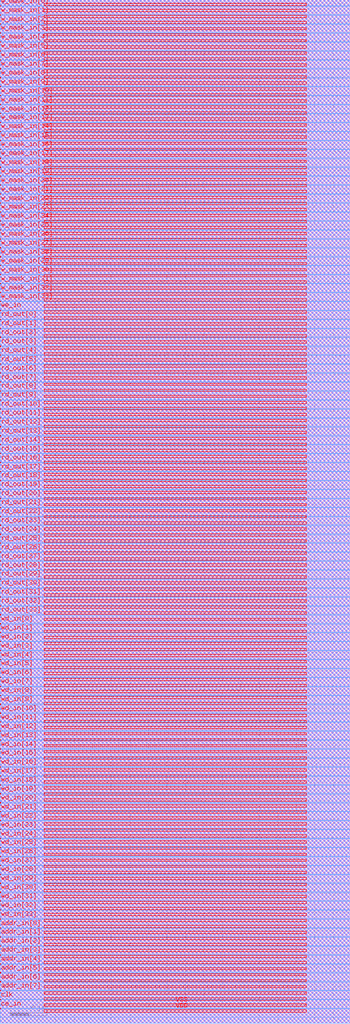
<source format=lef>
VERSION 5.7 ;
BUSBITCHARS "[]" ;
MACRO fakeram45_256x34
  FOREIGN fakeram45_256x34 0 0 ;
  SYMMETRY X Y R90 ;
  SIZE 37.810 BY 110.404 ;
  CLASS BLOCK ;
  PIN w_mask_in[0]
    DIRECTION INPUT ;
    USE SIGNAL ;
    SHAPE ABUTMENT ;
    PORT
      LAYER metal1 ;
      RECT 0.000 109.689 0.065 109.754 ;
      LAYER metal2 ;
      RECT 0.000 109.689 0.065 109.754 ;
      LAYER metal3 ;
      RECT 0.000 109.689 0.065 109.754 ;
      LAYER metal4 ;
      RECT 0.000 109.689 0.065 109.754 ;
      END
    END w_mask_in[0]
  PIN w_mask_in[1]
    DIRECTION INPUT ;
    USE SIGNAL ;
    SHAPE ABUTMENT ;
    PORT
      LAYER metal1 ;
      RECT 0.000 108.724 0.065 108.789 ;
      LAYER metal2 ;
      RECT 0.000 108.724 0.065 108.789 ;
      LAYER metal3 ;
      RECT 0.000 108.724 0.065 108.789 ;
      LAYER metal4 ;
      RECT 0.000 108.724 0.065 108.789 ;
      END
    END w_mask_in[1]
  PIN w_mask_in[2]
    DIRECTION INPUT ;
    USE SIGNAL ;
    SHAPE ABUTMENT ;
    PORT
      LAYER metal1 ;
      RECT 0.000 107.758 0.065 107.823 ;
      LAYER metal2 ;
      RECT 0.000 107.758 0.065 107.823 ;
      LAYER metal3 ;
      RECT 0.000 107.758 0.065 107.823 ;
      LAYER metal4 ;
      RECT 0.000 107.758 0.065 107.823 ;
      END
    END w_mask_in[2]
  PIN w_mask_in[3]
    DIRECTION INPUT ;
    USE SIGNAL ;
    SHAPE ABUTMENT ;
    PORT
      LAYER metal1 ;
      RECT 0.000 106.793 0.065 106.858 ;
      LAYER metal2 ;
      RECT 0.000 106.793 0.065 106.858 ;
      LAYER metal3 ;
      RECT 0.000 106.793 0.065 106.858 ;
      LAYER metal4 ;
      RECT 0.000 106.793 0.065 106.858 ;
      END
    END w_mask_in[3]
  PIN w_mask_in[4]
    DIRECTION INPUT ;
    USE SIGNAL ;
    SHAPE ABUTMENT ;
    PORT
      LAYER metal1 ;
      RECT 0.000 105.827 0.065 105.892 ;
      LAYER metal2 ;
      RECT 0.000 105.827 0.065 105.892 ;
      LAYER metal3 ;
      RECT 0.000 105.827 0.065 105.892 ;
      LAYER metal4 ;
      RECT 0.000 105.827 0.065 105.892 ;
      END
    END w_mask_in[4]
  PIN w_mask_in[5]
    DIRECTION INPUT ;
    USE SIGNAL ;
    SHAPE ABUTMENT ;
    PORT
      LAYER metal1 ;
      RECT 0.000 104.862 0.065 104.927 ;
      LAYER metal2 ;
      RECT 0.000 104.862 0.065 104.927 ;
      LAYER metal3 ;
      RECT 0.000 104.862 0.065 104.927 ;
      LAYER metal4 ;
      RECT 0.000 104.862 0.065 104.927 ;
      END
    END w_mask_in[5]
  PIN w_mask_in[6]
    DIRECTION INPUT ;
    USE SIGNAL ;
    SHAPE ABUTMENT ;
    PORT
      LAYER metal1 ;
      RECT 0.000 103.896 0.065 103.961 ;
      LAYER metal2 ;
      RECT 0.000 103.896 0.065 103.961 ;
      LAYER metal3 ;
      RECT 0.000 103.896 0.065 103.961 ;
      LAYER metal4 ;
      RECT 0.000 103.896 0.065 103.961 ;
      END
    END w_mask_in[6]
  PIN w_mask_in[7]
    DIRECTION INPUT ;
    USE SIGNAL ;
    SHAPE ABUTMENT ;
    PORT
      LAYER metal1 ;
      RECT 0.000 102.931 0.065 102.996 ;
      LAYER metal2 ;
      RECT 0.000 102.931 0.065 102.996 ;
      LAYER metal3 ;
      RECT 0.000 102.931 0.065 102.996 ;
      LAYER metal4 ;
      RECT 0.000 102.931 0.065 102.996 ;
      END
    END w_mask_in[7]
  PIN w_mask_in[8]
    DIRECTION INPUT ;
    USE SIGNAL ;
    SHAPE ABUTMENT ;
    PORT
      LAYER metal1 ;
      RECT 0.000 101.965 0.065 102.030 ;
      LAYER metal2 ;
      RECT 0.000 101.965 0.065 102.030 ;
      LAYER metal3 ;
      RECT 0.000 101.965 0.065 102.030 ;
      LAYER metal4 ;
      RECT 0.000 101.965 0.065 102.030 ;
      END
    END w_mask_in[8]
  PIN w_mask_in[9]
    DIRECTION INPUT ;
    USE SIGNAL ;
    SHAPE ABUTMENT ;
    PORT
      LAYER metal1 ;
      RECT 0.000 101.000 0.065 101.065 ;
      LAYER metal2 ;
      RECT 0.000 101.000 0.065 101.065 ;
      LAYER metal3 ;
      RECT 0.000 101.000 0.065 101.065 ;
      LAYER metal4 ;
      RECT 0.000 101.000 0.065 101.065 ;
      END
    END w_mask_in[9]
  PIN w_mask_in[10]
    DIRECTION INPUT ;
    USE SIGNAL ;
    SHAPE ABUTMENT ;
    PORT
      LAYER metal1 ;
      RECT 0.000 100.034 0.065 100.099 ;
      LAYER metal2 ;
      RECT 0.000 100.034 0.065 100.099 ;
      LAYER metal3 ;
      RECT 0.000 100.034 0.065 100.099 ;
      LAYER metal4 ;
      RECT 0.000 100.034 0.065 100.099 ;
      END
    END w_mask_in[10]
  PIN w_mask_in[11]
    DIRECTION INPUT ;
    USE SIGNAL ;
    SHAPE ABUTMENT ;
    PORT
      LAYER metal1 ;
      RECT 0.000 99.069 0.065 99.134 ;
      LAYER metal2 ;
      RECT 0.000 99.069 0.065 99.134 ;
      LAYER metal3 ;
      RECT 0.000 99.069 0.065 99.134 ;
      LAYER metal4 ;
      RECT 0.000 99.069 0.065 99.134 ;
      END
    END w_mask_in[11]
  PIN w_mask_in[12]
    DIRECTION INPUT ;
    USE SIGNAL ;
    SHAPE ABUTMENT ;
    PORT
      LAYER metal1 ;
      RECT 0.000 98.103 0.065 98.168 ;
      LAYER metal2 ;
      RECT 0.000 98.103 0.065 98.168 ;
      LAYER metal3 ;
      RECT 0.000 98.103 0.065 98.168 ;
      LAYER metal4 ;
      RECT 0.000 98.103 0.065 98.168 ;
      END
    END w_mask_in[12]
  PIN w_mask_in[13]
    DIRECTION INPUT ;
    USE SIGNAL ;
    SHAPE ABUTMENT ;
    PORT
      LAYER metal1 ;
      RECT 0.000 97.138 0.065 97.203 ;
      LAYER metal2 ;
      RECT 0.000 97.138 0.065 97.203 ;
      LAYER metal3 ;
      RECT 0.000 97.138 0.065 97.203 ;
      LAYER metal4 ;
      RECT 0.000 97.138 0.065 97.203 ;
      END
    END w_mask_in[13]
  PIN w_mask_in[14]
    DIRECTION INPUT ;
    USE SIGNAL ;
    SHAPE ABUTMENT ;
    PORT
      LAYER metal1 ;
      RECT 0.000 96.172 0.065 96.237 ;
      LAYER metal2 ;
      RECT 0.000 96.172 0.065 96.237 ;
      LAYER metal3 ;
      RECT 0.000 96.172 0.065 96.237 ;
      LAYER metal4 ;
      RECT 0.000 96.172 0.065 96.237 ;
      END
    END w_mask_in[14]
  PIN w_mask_in[15]
    DIRECTION INPUT ;
    USE SIGNAL ;
    SHAPE ABUTMENT ;
    PORT
      LAYER metal1 ;
      RECT 0.000 95.206 0.065 95.271 ;
      LAYER metal2 ;
      RECT 0.000 95.206 0.065 95.271 ;
      LAYER metal3 ;
      RECT 0.000 95.206 0.065 95.271 ;
      LAYER metal4 ;
      RECT 0.000 95.206 0.065 95.271 ;
      END
    END w_mask_in[15]
  PIN w_mask_in[16]
    DIRECTION INPUT ;
    USE SIGNAL ;
    SHAPE ABUTMENT ;
    PORT
      LAYER metal1 ;
      RECT 0.000 94.241 0.065 94.306 ;
      LAYER metal2 ;
      RECT 0.000 94.241 0.065 94.306 ;
      LAYER metal3 ;
      RECT 0.000 94.241 0.065 94.306 ;
      LAYER metal4 ;
      RECT 0.000 94.241 0.065 94.306 ;
      END
    END w_mask_in[16]
  PIN w_mask_in[17]
    DIRECTION INPUT ;
    USE SIGNAL ;
    SHAPE ABUTMENT ;
    PORT
      LAYER metal1 ;
      RECT 0.000 93.275 0.065 93.340 ;
      LAYER metal2 ;
      RECT 0.000 93.275 0.065 93.340 ;
      LAYER metal3 ;
      RECT 0.000 93.275 0.065 93.340 ;
      LAYER metal4 ;
      RECT 0.000 93.275 0.065 93.340 ;
      END
    END w_mask_in[17]
  PIN w_mask_in[18]
    DIRECTION INPUT ;
    USE SIGNAL ;
    SHAPE ABUTMENT ;
    PORT
      LAYER metal1 ;
      RECT 0.000 92.310 0.065 92.375 ;
      LAYER metal2 ;
      RECT 0.000 92.310 0.065 92.375 ;
      LAYER metal3 ;
      RECT 0.000 92.310 0.065 92.375 ;
      LAYER metal4 ;
      RECT 0.000 92.310 0.065 92.375 ;
      END
    END w_mask_in[18]
  PIN w_mask_in[19]
    DIRECTION INPUT ;
    USE SIGNAL ;
    SHAPE ABUTMENT ;
    PORT
      LAYER metal1 ;
      RECT 0.000 91.344 0.065 91.409 ;
      LAYER metal2 ;
      RECT 0.000 91.344 0.065 91.409 ;
      LAYER metal3 ;
      RECT 0.000 91.344 0.065 91.409 ;
      LAYER metal4 ;
      RECT 0.000 91.344 0.065 91.409 ;
      END
    END w_mask_in[19]
  PIN w_mask_in[20]
    DIRECTION INPUT ;
    USE SIGNAL ;
    SHAPE ABUTMENT ;
    PORT
      LAYER metal1 ;
      RECT 0.000 90.379 0.065 90.444 ;
      LAYER metal2 ;
      RECT 0.000 90.379 0.065 90.444 ;
      LAYER metal3 ;
      RECT 0.000 90.379 0.065 90.444 ;
      LAYER metal4 ;
      RECT 0.000 90.379 0.065 90.444 ;
      END
    END w_mask_in[20]
  PIN w_mask_in[21]
    DIRECTION INPUT ;
    USE SIGNAL ;
    SHAPE ABUTMENT ;
    PORT
      LAYER metal1 ;
      RECT 0.000 89.413 0.065 89.478 ;
      LAYER metal2 ;
      RECT 0.000 89.413 0.065 89.478 ;
      LAYER metal3 ;
      RECT 0.000 89.413 0.065 89.478 ;
      LAYER metal4 ;
      RECT 0.000 89.413 0.065 89.478 ;
      END
    END w_mask_in[21]
  PIN w_mask_in[22]
    DIRECTION INPUT ;
    USE SIGNAL ;
    SHAPE ABUTMENT ;
    PORT
      LAYER metal1 ;
      RECT 0.000 88.448 0.065 88.513 ;
      LAYER metal2 ;
      RECT 0.000 88.448 0.065 88.513 ;
      LAYER metal3 ;
      RECT 0.000 88.448 0.065 88.513 ;
      LAYER metal4 ;
      RECT 0.000 88.448 0.065 88.513 ;
      END
    END w_mask_in[22]
  PIN w_mask_in[23]
    DIRECTION INPUT ;
    USE SIGNAL ;
    SHAPE ABUTMENT ;
    PORT
      LAYER metal1 ;
      RECT 0.000 87.482 0.065 87.547 ;
      LAYER metal2 ;
      RECT 0.000 87.482 0.065 87.547 ;
      LAYER metal3 ;
      RECT 0.000 87.482 0.065 87.547 ;
      LAYER metal4 ;
      RECT 0.000 87.482 0.065 87.547 ;
      END
    END w_mask_in[23]
  PIN w_mask_in[24]
    DIRECTION INPUT ;
    USE SIGNAL ;
    SHAPE ABUTMENT ;
    PORT
      LAYER metal1 ;
      RECT 0.000 86.517 0.065 86.582 ;
      LAYER metal2 ;
      RECT 0.000 86.517 0.065 86.582 ;
      LAYER metal3 ;
      RECT 0.000 86.517 0.065 86.582 ;
      LAYER metal4 ;
      RECT 0.000 86.517 0.065 86.582 ;
      END
    END w_mask_in[24]
  PIN w_mask_in[25]
    DIRECTION INPUT ;
    USE SIGNAL ;
    SHAPE ABUTMENT ;
    PORT
      LAYER metal1 ;
      RECT 0.000 85.551 0.065 85.616 ;
      LAYER metal2 ;
      RECT 0.000 85.551 0.065 85.616 ;
      LAYER metal3 ;
      RECT 0.000 85.551 0.065 85.616 ;
      LAYER metal4 ;
      RECT 0.000 85.551 0.065 85.616 ;
      END
    END w_mask_in[25]
  PIN w_mask_in[26]
    DIRECTION INPUT ;
    USE SIGNAL ;
    SHAPE ABUTMENT ;
    PORT
      LAYER metal1 ;
      RECT 0.000 84.586 0.065 84.651 ;
      LAYER metal2 ;
      RECT 0.000 84.586 0.065 84.651 ;
      LAYER metal3 ;
      RECT 0.000 84.586 0.065 84.651 ;
      LAYER metal4 ;
      RECT 0.000 84.586 0.065 84.651 ;
      END
    END w_mask_in[26]
  PIN w_mask_in[27]
    DIRECTION INPUT ;
    USE SIGNAL ;
    SHAPE ABUTMENT ;
    PORT
      LAYER metal1 ;
      RECT 0.000 83.620 0.065 83.685 ;
      LAYER metal2 ;
      RECT 0.000 83.620 0.065 83.685 ;
      LAYER metal3 ;
      RECT 0.000 83.620 0.065 83.685 ;
      LAYER metal4 ;
      RECT 0.000 83.620 0.065 83.685 ;
      END
    END w_mask_in[27]
  PIN w_mask_in[28]
    DIRECTION INPUT ;
    USE SIGNAL ;
    SHAPE ABUTMENT ;
    PORT
      LAYER metal1 ;
      RECT 0.000 82.655 0.065 82.720 ;
      LAYER metal2 ;
      RECT 0.000 82.655 0.065 82.720 ;
      LAYER metal3 ;
      RECT 0.000 82.655 0.065 82.720 ;
      LAYER metal4 ;
      RECT 0.000 82.655 0.065 82.720 ;
      END
    END w_mask_in[28]
  PIN w_mask_in[29]
    DIRECTION INPUT ;
    USE SIGNAL ;
    SHAPE ABUTMENT ;
    PORT
      LAYER metal1 ;
      RECT 0.000 81.689 0.065 81.754 ;
      LAYER metal2 ;
      RECT 0.000 81.689 0.065 81.754 ;
      LAYER metal3 ;
      RECT 0.000 81.689 0.065 81.754 ;
      LAYER metal4 ;
      RECT 0.000 81.689 0.065 81.754 ;
      END
    END w_mask_in[29]
  PIN w_mask_in[30]
    DIRECTION INPUT ;
    USE SIGNAL ;
    SHAPE ABUTMENT ;
    PORT
      LAYER metal1 ;
      RECT 0.000 80.724 0.065 80.789 ;
      LAYER metal2 ;
      RECT 0.000 80.724 0.065 80.789 ;
      LAYER metal3 ;
      RECT 0.000 80.724 0.065 80.789 ;
      LAYER metal4 ;
      RECT 0.000 80.724 0.065 80.789 ;
      END
    END w_mask_in[30]
  PIN w_mask_in[31]
    DIRECTION INPUT ;
    USE SIGNAL ;
    SHAPE ABUTMENT ;
    PORT
      LAYER metal1 ;
      RECT 0.000 79.758 0.065 79.823 ;
      LAYER metal2 ;
      RECT 0.000 79.758 0.065 79.823 ;
      LAYER metal3 ;
      RECT 0.000 79.758 0.065 79.823 ;
      LAYER metal4 ;
      RECT 0.000 79.758 0.065 79.823 ;
      END
    END w_mask_in[31]
  PIN w_mask_in[32]
    DIRECTION INPUT ;
    USE SIGNAL ;
    SHAPE ABUTMENT ;
    PORT
      LAYER metal1 ;
      RECT 0.000 78.793 0.065 78.858 ;
      LAYER metal2 ;
      RECT 0.000 78.793 0.065 78.858 ;
      LAYER metal3 ;
      RECT 0.000 78.793 0.065 78.858 ;
      LAYER metal4 ;
      RECT 0.000 78.793 0.065 78.858 ;
      END
    END w_mask_in[32]
  PIN w_mask_in[33]
    DIRECTION INPUT ;
    USE SIGNAL ;
    SHAPE ABUTMENT ;
    PORT
      LAYER metal1 ;
      RECT 0.000 77.827 0.065 77.892 ;
      LAYER metal2 ;
      RECT 0.000 77.827 0.065 77.892 ;
      LAYER metal3 ;
      RECT 0.000 77.827 0.065 77.892 ;
      LAYER metal4 ;
      RECT 0.000 77.827 0.065 77.892 ;
      END
    END w_mask_in[33]
  PIN we_in
    DIRECTION INPUT ;
    USE SIGNAL ;
    SHAPE ABUTMENT ;
    PORT
      LAYER metal1 ;
      RECT 0.000 76.861 0.065 76.926 ;
      LAYER metal2 ;
      RECT 0.000 76.861 0.065 76.926 ;
      LAYER metal3 ;
      RECT 0.000 76.861 0.065 76.926 ;
      LAYER metal4 ;
      RECT 0.000 76.861 0.065 76.926 ;
      END
    END we_in
  PIN rd_out[0]
    DIRECTION OUTPUT ;
    USE SIGNAL ;
    SHAPE ABUTMENT ;
    PORT
      LAYER metal1 ;
      RECT 0.000 75.896 0.065 75.961 ;
      LAYER metal2 ;
      RECT 0.000 75.896 0.065 75.961 ;
      LAYER metal3 ;
      RECT 0.000 75.896 0.065 75.961 ;
      LAYER metal4 ;
      RECT 0.000 75.896 0.065 75.961 ;
      END
    END rd_out[0]
  PIN rd_out[1]
    DIRECTION OUTPUT ;
    USE SIGNAL ;
    SHAPE ABUTMENT ;
    PORT
      LAYER metal1 ;
      RECT 0.000 74.930 0.065 74.995 ;
      LAYER metal2 ;
      RECT 0.000 74.930 0.065 74.995 ;
      LAYER metal3 ;
      RECT 0.000 74.930 0.065 74.995 ;
      LAYER metal4 ;
      RECT 0.000 74.930 0.065 74.995 ;
      END
    END rd_out[1]
  PIN rd_out[2]
    DIRECTION OUTPUT ;
    USE SIGNAL ;
    SHAPE ABUTMENT ;
    PORT
      LAYER metal1 ;
      RECT 0.000 73.965 0.065 74.030 ;
      LAYER metal2 ;
      RECT 0.000 73.965 0.065 74.030 ;
      LAYER metal3 ;
      RECT 0.000 73.965 0.065 74.030 ;
      LAYER metal4 ;
      RECT 0.000 73.965 0.065 74.030 ;
      END
    END rd_out[2]
  PIN rd_out[3]
    DIRECTION OUTPUT ;
    USE SIGNAL ;
    SHAPE ABUTMENT ;
    PORT
      LAYER metal1 ;
      RECT 0.000 72.999 0.065 73.064 ;
      LAYER metal2 ;
      RECT 0.000 72.999 0.065 73.064 ;
      LAYER metal3 ;
      RECT 0.000 72.999 0.065 73.064 ;
      LAYER metal4 ;
      RECT 0.000 72.999 0.065 73.064 ;
      END
    END rd_out[3]
  PIN rd_out[4]
    DIRECTION OUTPUT ;
    USE SIGNAL ;
    SHAPE ABUTMENT ;
    PORT
      LAYER metal1 ;
      RECT 0.000 72.034 0.065 72.099 ;
      LAYER metal2 ;
      RECT 0.000 72.034 0.065 72.099 ;
      LAYER metal3 ;
      RECT 0.000 72.034 0.065 72.099 ;
      LAYER metal4 ;
      RECT 0.000 72.034 0.065 72.099 ;
      END
    END rd_out[4]
  PIN rd_out[5]
    DIRECTION OUTPUT ;
    USE SIGNAL ;
    SHAPE ABUTMENT ;
    PORT
      LAYER metal1 ;
      RECT 0.000 71.068 0.065 71.133 ;
      LAYER metal2 ;
      RECT 0.000 71.068 0.065 71.133 ;
      LAYER metal3 ;
      RECT 0.000 71.068 0.065 71.133 ;
      LAYER metal4 ;
      RECT 0.000 71.068 0.065 71.133 ;
      END
    END rd_out[5]
  PIN rd_out[6]
    DIRECTION OUTPUT ;
    USE SIGNAL ;
    SHAPE ABUTMENT ;
    PORT
      LAYER metal1 ;
      RECT 0.000 70.103 0.065 70.168 ;
      LAYER metal2 ;
      RECT 0.000 70.103 0.065 70.168 ;
      LAYER metal3 ;
      RECT 0.000 70.103 0.065 70.168 ;
      LAYER metal4 ;
      RECT 0.000 70.103 0.065 70.168 ;
      END
    END rd_out[6]
  PIN rd_out[7]
    DIRECTION OUTPUT ;
    USE SIGNAL ;
    SHAPE ABUTMENT ;
    PORT
      LAYER metal1 ;
      RECT 0.000 69.137 0.065 69.202 ;
      LAYER metal2 ;
      RECT 0.000 69.137 0.065 69.202 ;
      LAYER metal3 ;
      RECT 0.000 69.137 0.065 69.202 ;
      LAYER metal4 ;
      RECT 0.000 69.137 0.065 69.202 ;
      END
    END rd_out[7]
  PIN rd_out[8]
    DIRECTION OUTPUT ;
    USE SIGNAL ;
    SHAPE ABUTMENT ;
    PORT
      LAYER metal1 ;
      RECT 0.000 68.172 0.065 68.237 ;
      LAYER metal2 ;
      RECT 0.000 68.172 0.065 68.237 ;
      LAYER metal3 ;
      RECT 0.000 68.172 0.065 68.237 ;
      LAYER metal4 ;
      RECT 0.000 68.172 0.065 68.237 ;
      END
    END rd_out[8]
  PIN rd_out[9]
    DIRECTION OUTPUT ;
    USE SIGNAL ;
    SHAPE ABUTMENT ;
    PORT
      LAYER metal1 ;
      RECT 0.000 67.206 0.065 67.271 ;
      LAYER metal2 ;
      RECT 0.000 67.206 0.065 67.271 ;
      LAYER metal3 ;
      RECT 0.000 67.206 0.065 67.271 ;
      LAYER metal4 ;
      RECT 0.000 67.206 0.065 67.271 ;
      END
    END rd_out[9]
  PIN rd_out[10]
    DIRECTION OUTPUT ;
    USE SIGNAL ;
    SHAPE ABUTMENT ;
    PORT
      LAYER metal1 ;
      RECT 0.000 66.241 0.065 66.306 ;
      LAYER metal2 ;
      RECT 0.000 66.241 0.065 66.306 ;
      LAYER metal3 ;
      RECT 0.000 66.241 0.065 66.306 ;
      LAYER metal4 ;
      RECT 0.000 66.241 0.065 66.306 ;
      END
    END rd_out[10]
  PIN rd_out[11]
    DIRECTION OUTPUT ;
    USE SIGNAL ;
    SHAPE ABUTMENT ;
    PORT
      LAYER metal1 ;
      RECT 0.000 65.275 0.065 65.340 ;
      LAYER metal2 ;
      RECT 0.000 65.275 0.065 65.340 ;
      LAYER metal3 ;
      RECT 0.000 65.275 0.065 65.340 ;
      LAYER metal4 ;
      RECT 0.000 65.275 0.065 65.340 ;
      END
    END rd_out[11]
  PIN rd_out[12]
    DIRECTION OUTPUT ;
    USE SIGNAL ;
    SHAPE ABUTMENT ;
    PORT
      LAYER metal1 ;
      RECT 0.000 64.310 0.065 64.375 ;
      LAYER metal2 ;
      RECT 0.000 64.310 0.065 64.375 ;
      LAYER metal3 ;
      RECT 0.000 64.310 0.065 64.375 ;
      LAYER metal4 ;
      RECT 0.000 64.310 0.065 64.375 ;
      END
    END rd_out[12]
  PIN rd_out[13]
    DIRECTION OUTPUT ;
    USE SIGNAL ;
    SHAPE ABUTMENT ;
    PORT
      LAYER metal1 ;
      RECT 0.000 63.344 0.065 63.409 ;
      LAYER metal2 ;
      RECT 0.000 63.344 0.065 63.409 ;
      LAYER metal3 ;
      RECT 0.000 63.344 0.065 63.409 ;
      LAYER metal4 ;
      RECT 0.000 63.344 0.065 63.409 ;
      END
    END rd_out[13]
  PIN rd_out[14]
    DIRECTION OUTPUT ;
    USE SIGNAL ;
    SHAPE ABUTMENT ;
    PORT
      LAYER metal1 ;
      RECT 0.000 62.379 0.065 62.444 ;
      LAYER metal2 ;
      RECT 0.000 62.379 0.065 62.444 ;
      LAYER metal3 ;
      RECT 0.000 62.379 0.065 62.444 ;
      LAYER metal4 ;
      RECT 0.000 62.379 0.065 62.444 ;
      END
    END rd_out[14]
  PIN rd_out[15]
    DIRECTION OUTPUT ;
    USE SIGNAL ;
    SHAPE ABUTMENT ;
    PORT
      LAYER metal1 ;
      RECT 0.000 61.413 0.065 61.478 ;
      LAYER metal2 ;
      RECT 0.000 61.413 0.065 61.478 ;
      LAYER metal3 ;
      RECT 0.000 61.413 0.065 61.478 ;
      LAYER metal4 ;
      RECT 0.000 61.413 0.065 61.478 ;
      END
    END rd_out[15]
  PIN rd_out[16]
    DIRECTION OUTPUT ;
    USE SIGNAL ;
    SHAPE ABUTMENT ;
    PORT
      LAYER metal1 ;
      RECT 0.000 60.448 0.065 60.513 ;
      LAYER metal2 ;
      RECT 0.000 60.448 0.065 60.513 ;
      LAYER metal3 ;
      RECT 0.000 60.448 0.065 60.513 ;
      LAYER metal4 ;
      RECT 0.000 60.448 0.065 60.513 ;
      END
    END rd_out[16]
  PIN rd_out[17]
    DIRECTION OUTPUT ;
    USE SIGNAL ;
    SHAPE ABUTMENT ;
    PORT
      LAYER metal1 ;
      RECT 0.000 59.482 0.065 59.547 ;
      LAYER metal2 ;
      RECT 0.000 59.482 0.065 59.547 ;
      LAYER metal3 ;
      RECT 0.000 59.482 0.065 59.547 ;
      LAYER metal4 ;
      RECT 0.000 59.482 0.065 59.547 ;
      END
    END rd_out[17]
  PIN rd_out[18]
    DIRECTION OUTPUT ;
    USE SIGNAL ;
    SHAPE ABUTMENT ;
    PORT
      LAYER metal1 ;
      RECT 0.000 58.517 0.065 58.582 ;
      LAYER metal2 ;
      RECT 0.000 58.517 0.065 58.582 ;
      LAYER metal3 ;
      RECT 0.000 58.517 0.065 58.582 ;
      LAYER metal4 ;
      RECT 0.000 58.517 0.065 58.582 ;
      END
    END rd_out[18]
  PIN rd_out[19]
    DIRECTION OUTPUT ;
    USE SIGNAL ;
    SHAPE ABUTMENT ;
    PORT
      LAYER metal1 ;
      RECT 0.000 57.551 0.065 57.616 ;
      LAYER metal2 ;
      RECT 0.000 57.551 0.065 57.616 ;
      LAYER metal3 ;
      RECT 0.000 57.551 0.065 57.616 ;
      LAYER metal4 ;
      RECT 0.000 57.551 0.065 57.616 ;
      END
    END rd_out[19]
  PIN rd_out[20]
    DIRECTION OUTPUT ;
    USE SIGNAL ;
    SHAPE ABUTMENT ;
    PORT
      LAYER metal1 ;
      RECT 0.000 56.585 0.065 56.650 ;
      LAYER metal2 ;
      RECT 0.000 56.585 0.065 56.650 ;
      LAYER metal3 ;
      RECT 0.000 56.585 0.065 56.650 ;
      LAYER metal4 ;
      RECT 0.000 56.585 0.065 56.650 ;
      END
    END rd_out[20]
  PIN rd_out[21]
    DIRECTION OUTPUT ;
    USE SIGNAL ;
    SHAPE ABUTMENT ;
    PORT
      LAYER metal1 ;
      RECT 0.000 55.620 0.065 55.685 ;
      LAYER metal2 ;
      RECT 0.000 55.620 0.065 55.685 ;
      LAYER metal3 ;
      RECT 0.000 55.620 0.065 55.685 ;
      LAYER metal4 ;
      RECT 0.000 55.620 0.065 55.685 ;
      END
    END rd_out[21]
  PIN rd_out[22]
    DIRECTION OUTPUT ;
    USE SIGNAL ;
    SHAPE ABUTMENT ;
    PORT
      LAYER metal1 ;
      RECT 0.000 54.654 0.065 54.719 ;
      LAYER metal2 ;
      RECT 0.000 54.654 0.065 54.719 ;
      LAYER metal3 ;
      RECT 0.000 54.654 0.065 54.719 ;
      LAYER metal4 ;
      RECT 0.000 54.654 0.065 54.719 ;
      END
    END rd_out[22]
  PIN rd_out[23]
    DIRECTION OUTPUT ;
    USE SIGNAL ;
    SHAPE ABUTMENT ;
    PORT
      LAYER metal1 ;
      RECT 0.000 53.689 0.065 53.754 ;
      LAYER metal2 ;
      RECT 0.000 53.689 0.065 53.754 ;
      LAYER metal3 ;
      RECT 0.000 53.689 0.065 53.754 ;
      LAYER metal4 ;
      RECT 0.000 53.689 0.065 53.754 ;
      END
    END rd_out[23]
  PIN rd_out[24]
    DIRECTION OUTPUT ;
    USE SIGNAL ;
    SHAPE ABUTMENT ;
    PORT
      LAYER metal1 ;
      RECT 0.000 52.723 0.065 52.788 ;
      LAYER metal2 ;
      RECT 0.000 52.723 0.065 52.788 ;
      LAYER metal3 ;
      RECT 0.000 52.723 0.065 52.788 ;
      LAYER metal4 ;
      RECT 0.000 52.723 0.065 52.788 ;
      END
    END rd_out[24]
  PIN rd_out[25]
    DIRECTION OUTPUT ;
    USE SIGNAL ;
    SHAPE ABUTMENT ;
    PORT
      LAYER metal1 ;
      RECT 0.000 51.758 0.065 51.823 ;
      LAYER metal2 ;
      RECT 0.000 51.758 0.065 51.823 ;
      LAYER metal3 ;
      RECT 0.000 51.758 0.065 51.823 ;
      LAYER metal4 ;
      RECT 0.000 51.758 0.065 51.823 ;
      END
    END rd_out[25]
  PIN rd_out[26]
    DIRECTION OUTPUT ;
    USE SIGNAL ;
    SHAPE ABUTMENT ;
    PORT
      LAYER metal1 ;
      RECT 0.000 50.792 0.065 50.857 ;
      LAYER metal2 ;
      RECT 0.000 50.792 0.065 50.857 ;
      LAYER metal3 ;
      RECT 0.000 50.792 0.065 50.857 ;
      LAYER metal4 ;
      RECT 0.000 50.792 0.065 50.857 ;
      END
    END rd_out[26]
  PIN rd_out[27]
    DIRECTION OUTPUT ;
    USE SIGNAL ;
    SHAPE ABUTMENT ;
    PORT
      LAYER metal1 ;
      RECT 0.000 49.827 0.065 49.892 ;
      LAYER metal2 ;
      RECT 0.000 49.827 0.065 49.892 ;
      LAYER metal3 ;
      RECT 0.000 49.827 0.065 49.892 ;
      LAYER metal4 ;
      RECT 0.000 49.827 0.065 49.892 ;
      END
    END rd_out[27]
  PIN rd_out[28]
    DIRECTION OUTPUT ;
    USE SIGNAL ;
    SHAPE ABUTMENT ;
    PORT
      LAYER metal1 ;
      RECT 0.000 48.861 0.065 48.926 ;
      LAYER metal2 ;
      RECT 0.000 48.861 0.065 48.926 ;
      LAYER metal3 ;
      RECT 0.000 48.861 0.065 48.926 ;
      LAYER metal4 ;
      RECT 0.000 48.861 0.065 48.926 ;
      END
    END rd_out[28]
  PIN rd_out[29]
    DIRECTION OUTPUT ;
    USE SIGNAL ;
    SHAPE ABUTMENT ;
    PORT
      LAYER metal1 ;
      RECT 0.000 47.896 0.065 47.961 ;
      LAYER metal2 ;
      RECT 0.000 47.896 0.065 47.961 ;
      LAYER metal3 ;
      RECT 0.000 47.896 0.065 47.961 ;
      LAYER metal4 ;
      RECT 0.000 47.896 0.065 47.961 ;
      END
    END rd_out[29]
  PIN rd_out[30]
    DIRECTION OUTPUT ;
    USE SIGNAL ;
    SHAPE ABUTMENT ;
    PORT
      LAYER metal1 ;
      RECT 0.000 46.930 0.065 46.995 ;
      LAYER metal2 ;
      RECT 0.000 46.930 0.065 46.995 ;
      LAYER metal3 ;
      RECT 0.000 46.930 0.065 46.995 ;
      LAYER metal4 ;
      RECT 0.000 46.930 0.065 46.995 ;
      END
    END rd_out[30]
  PIN rd_out[31]
    DIRECTION OUTPUT ;
    USE SIGNAL ;
    SHAPE ABUTMENT ;
    PORT
      LAYER metal1 ;
      RECT 0.000 45.965 0.065 46.030 ;
      LAYER metal2 ;
      RECT 0.000 45.965 0.065 46.030 ;
      LAYER metal3 ;
      RECT 0.000 45.965 0.065 46.030 ;
      LAYER metal4 ;
      RECT 0.000 45.965 0.065 46.030 ;
      END
    END rd_out[31]
  PIN rd_out[32]
    DIRECTION OUTPUT ;
    USE SIGNAL ;
    SHAPE ABUTMENT ;
    PORT
      LAYER metal1 ;
      RECT 0.000 44.999 0.065 45.064 ;
      LAYER metal2 ;
      RECT 0.000 44.999 0.065 45.064 ;
      LAYER metal3 ;
      RECT 0.000 44.999 0.065 45.064 ;
      LAYER metal4 ;
      RECT 0.000 44.999 0.065 45.064 ;
      END
    END rd_out[32]
  PIN rd_out[33]
    DIRECTION OUTPUT ;
    USE SIGNAL ;
    SHAPE ABUTMENT ;
    PORT
      LAYER metal1 ;
      RECT 0.000 44.034 0.065 44.099 ;
      LAYER metal2 ;
      RECT 0.000 44.034 0.065 44.099 ;
      LAYER metal3 ;
      RECT 0.000 44.034 0.065 44.099 ;
      LAYER metal4 ;
      RECT 0.000 44.034 0.065 44.099 ;
      END
    END rd_out[33]
  PIN wd_in[0]
    DIRECTION INPUT ;
    USE SIGNAL ;
    SHAPE ABUTMENT ;
    PORT
      LAYER metal1 ;
      RECT 0.000 43.068 0.065 43.133 ;
      LAYER metal2 ;
      RECT 0.000 43.068 0.065 43.133 ;
      LAYER metal3 ;
      RECT 0.000 43.068 0.065 43.133 ;
      LAYER metal4 ;
      RECT 0.000 43.068 0.065 43.133 ;
      END
    END wd_in[0]
  PIN wd_in[1]
    DIRECTION INPUT ;
    USE SIGNAL ;
    SHAPE ABUTMENT ;
    PORT
      LAYER metal1 ;
      RECT 0.000 42.103 0.065 42.168 ;
      LAYER metal2 ;
      RECT 0.000 42.103 0.065 42.168 ;
      LAYER metal3 ;
      RECT 0.000 42.103 0.065 42.168 ;
      LAYER metal4 ;
      RECT 0.000 42.103 0.065 42.168 ;
      END
    END wd_in[1]
  PIN wd_in[2]
    DIRECTION INPUT ;
    USE SIGNAL ;
    SHAPE ABUTMENT ;
    PORT
      LAYER metal1 ;
      RECT 0.000 41.137 0.065 41.202 ;
      LAYER metal2 ;
      RECT 0.000 41.137 0.065 41.202 ;
      LAYER metal3 ;
      RECT 0.000 41.137 0.065 41.202 ;
      LAYER metal4 ;
      RECT 0.000 41.137 0.065 41.202 ;
      END
    END wd_in[2]
  PIN wd_in[3]
    DIRECTION INPUT ;
    USE SIGNAL ;
    SHAPE ABUTMENT ;
    PORT
      LAYER metal1 ;
      RECT 0.000 40.172 0.065 40.237 ;
      LAYER metal2 ;
      RECT 0.000 40.172 0.065 40.237 ;
      LAYER metal3 ;
      RECT 0.000 40.172 0.065 40.237 ;
      LAYER metal4 ;
      RECT 0.000 40.172 0.065 40.237 ;
      END
    END wd_in[3]
  PIN wd_in[4]
    DIRECTION INPUT ;
    USE SIGNAL ;
    SHAPE ABUTMENT ;
    PORT
      LAYER metal1 ;
      RECT 0.000 39.206 0.065 39.271 ;
      LAYER metal2 ;
      RECT 0.000 39.206 0.065 39.271 ;
      LAYER metal3 ;
      RECT 0.000 39.206 0.065 39.271 ;
      LAYER metal4 ;
      RECT 0.000 39.206 0.065 39.271 ;
      END
    END wd_in[4]
  PIN wd_in[5]
    DIRECTION INPUT ;
    USE SIGNAL ;
    SHAPE ABUTMENT ;
    PORT
      LAYER metal1 ;
      RECT 0.000 38.240 0.065 38.305 ;
      LAYER metal2 ;
      RECT 0.000 38.240 0.065 38.305 ;
      LAYER metal3 ;
      RECT 0.000 38.240 0.065 38.305 ;
      LAYER metal4 ;
      RECT 0.000 38.240 0.065 38.305 ;
      END
    END wd_in[5]
  PIN wd_in[6]
    DIRECTION INPUT ;
    USE SIGNAL ;
    SHAPE ABUTMENT ;
    PORT
      LAYER metal1 ;
      RECT 0.000 37.275 0.065 37.340 ;
      LAYER metal2 ;
      RECT 0.000 37.275 0.065 37.340 ;
      LAYER metal3 ;
      RECT 0.000 37.275 0.065 37.340 ;
      LAYER metal4 ;
      RECT 0.000 37.275 0.065 37.340 ;
      END
    END wd_in[6]
  PIN wd_in[7]
    DIRECTION INPUT ;
    USE SIGNAL ;
    SHAPE ABUTMENT ;
    PORT
      LAYER metal1 ;
      RECT 0.000 36.309 0.065 36.374 ;
      LAYER metal2 ;
      RECT 0.000 36.309 0.065 36.374 ;
      LAYER metal3 ;
      RECT 0.000 36.309 0.065 36.374 ;
      LAYER metal4 ;
      RECT 0.000 36.309 0.065 36.374 ;
      END
    END wd_in[7]
  PIN wd_in[8]
    DIRECTION INPUT ;
    USE SIGNAL ;
    SHAPE ABUTMENT ;
    PORT
      LAYER metal1 ;
      RECT 0.000 35.344 0.065 35.409 ;
      LAYER metal2 ;
      RECT 0.000 35.344 0.065 35.409 ;
      LAYER metal3 ;
      RECT 0.000 35.344 0.065 35.409 ;
      LAYER metal4 ;
      RECT 0.000 35.344 0.065 35.409 ;
      END
    END wd_in[8]
  PIN wd_in[9]
    DIRECTION INPUT ;
    USE SIGNAL ;
    SHAPE ABUTMENT ;
    PORT
      LAYER metal1 ;
      RECT 0.000 34.378 0.065 34.443 ;
      LAYER metal2 ;
      RECT 0.000 34.378 0.065 34.443 ;
      LAYER metal3 ;
      RECT 0.000 34.378 0.065 34.443 ;
      LAYER metal4 ;
      RECT 0.000 34.378 0.065 34.443 ;
      END
    END wd_in[9]
  PIN wd_in[10]
    DIRECTION INPUT ;
    USE SIGNAL ;
    SHAPE ABUTMENT ;
    PORT
      LAYER metal1 ;
      RECT 0.000 33.413 0.065 33.478 ;
      LAYER metal2 ;
      RECT 0.000 33.413 0.065 33.478 ;
      LAYER metal3 ;
      RECT 0.000 33.413 0.065 33.478 ;
      LAYER metal4 ;
      RECT 0.000 33.413 0.065 33.478 ;
      END
    END wd_in[10]
  PIN wd_in[11]
    DIRECTION INPUT ;
    USE SIGNAL ;
    SHAPE ABUTMENT ;
    PORT
      LAYER metal1 ;
      RECT 0.000 32.447 0.065 32.512 ;
      LAYER metal2 ;
      RECT 0.000 32.447 0.065 32.512 ;
      LAYER metal3 ;
      RECT 0.000 32.447 0.065 32.512 ;
      LAYER metal4 ;
      RECT 0.000 32.447 0.065 32.512 ;
      END
    END wd_in[11]
  PIN wd_in[12]
    DIRECTION INPUT ;
    USE SIGNAL ;
    SHAPE ABUTMENT ;
    PORT
      LAYER metal1 ;
      RECT 0.000 31.482 0.065 31.547 ;
      LAYER metal2 ;
      RECT 0.000 31.482 0.065 31.547 ;
      LAYER metal3 ;
      RECT 0.000 31.482 0.065 31.547 ;
      LAYER metal4 ;
      RECT 0.000 31.482 0.065 31.547 ;
      END
    END wd_in[12]
  PIN wd_in[13]
    DIRECTION INPUT ;
    USE SIGNAL ;
    SHAPE ABUTMENT ;
    PORT
      LAYER metal1 ;
      RECT 0.000 30.516 0.065 30.581 ;
      LAYER metal2 ;
      RECT 0.000 30.516 0.065 30.581 ;
      LAYER metal3 ;
      RECT 0.000 30.516 0.065 30.581 ;
      LAYER metal4 ;
      RECT 0.000 30.516 0.065 30.581 ;
      END
    END wd_in[13]
  PIN wd_in[14]
    DIRECTION INPUT ;
    USE SIGNAL ;
    SHAPE ABUTMENT ;
    PORT
      LAYER metal1 ;
      RECT 0.000 29.551 0.065 29.616 ;
      LAYER metal2 ;
      RECT 0.000 29.551 0.065 29.616 ;
      LAYER metal3 ;
      RECT 0.000 29.551 0.065 29.616 ;
      LAYER metal4 ;
      RECT 0.000 29.551 0.065 29.616 ;
      END
    END wd_in[14]
  PIN wd_in[15]
    DIRECTION INPUT ;
    USE SIGNAL ;
    SHAPE ABUTMENT ;
    PORT
      LAYER metal1 ;
      RECT 0.000 28.585 0.065 28.650 ;
      LAYER metal2 ;
      RECT 0.000 28.585 0.065 28.650 ;
      LAYER metal3 ;
      RECT 0.000 28.585 0.065 28.650 ;
      LAYER metal4 ;
      RECT 0.000 28.585 0.065 28.650 ;
      END
    END wd_in[15]
  PIN wd_in[16]
    DIRECTION INPUT ;
    USE SIGNAL ;
    SHAPE ABUTMENT ;
    PORT
      LAYER metal1 ;
      RECT 0.000 27.620 0.065 27.685 ;
      LAYER metal2 ;
      RECT 0.000 27.620 0.065 27.685 ;
      LAYER metal3 ;
      RECT 0.000 27.620 0.065 27.685 ;
      LAYER metal4 ;
      RECT 0.000 27.620 0.065 27.685 ;
      END
    END wd_in[16]
  PIN wd_in[17]
    DIRECTION INPUT ;
    USE SIGNAL ;
    SHAPE ABUTMENT ;
    PORT
      LAYER metal1 ;
      RECT 0.000 26.654 0.065 26.719 ;
      LAYER metal2 ;
      RECT 0.000 26.654 0.065 26.719 ;
      LAYER metal3 ;
      RECT 0.000 26.654 0.065 26.719 ;
      LAYER metal4 ;
      RECT 0.000 26.654 0.065 26.719 ;
      END
    END wd_in[17]
  PIN wd_in[18]
    DIRECTION INPUT ;
    USE SIGNAL ;
    SHAPE ABUTMENT ;
    PORT
      LAYER metal1 ;
      RECT 0.000 25.689 0.065 25.754 ;
      LAYER metal2 ;
      RECT 0.000 25.689 0.065 25.754 ;
      LAYER metal3 ;
      RECT 0.000 25.689 0.065 25.754 ;
      LAYER metal4 ;
      RECT 0.000 25.689 0.065 25.754 ;
      END
    END wd_in[18]
  PIN wd_in[19]
    DIRECTION INPUT ;
    USE SIGNAL ;
    SHAPE ABUTMENT ;
    PORT
      LAYER metal1 ;
      RECT 0.000 24.723 0.065 24.788 ;
      LAYER metal2 ;
      RECT 0.000 24.723 0.065 24.788 ;
      LAYER metal3 ;
      RECT 0.000 24.723 0.065 24.788 ;
      LAYER metal4 ;
      RECT 0.000 24.723 0.065 24.788 ;
      END
    END wd_in[19]
  PIN wd_in[20]
    DIRECTION INPUT ;
    USE SIGNAL ;
    SHAPE ABUTMENT ;
    PORT
      LAYER metal1 ;
      RECT 0.000 23.758 0.065 23.823 ;
      LAYER metal2 ;
      RECT 0.000 23.758 0.065 23.823 ;
      LAYER metal3 ;
      RECT 0.000 23.758 0.065 23.823 ;
      LAYER metal4 ;
      RECT 0.000 23.758 0.065 23.823 ;
      END
    END wd_in[20]
  PIN wd_in[21]
    DIRECTION INPUT ;
    USE SIGNAL ;
    SHAPE ABUTMENT ;
    PORT
      LAYER metal1 ;
      RECT 0.000 22.792 0.065 22.857 ;
      LAYER metal2 ;
      RECT 0.000 22.792 0.065 22.857 ;
      LAYER metal3 ;
      RECT 0.000 22.792 0.065 22.857 ;
      LAYER metal4 ;
      RECT 0.000 22.792 0.065 22.857 ;
      END
    END wd_in[21]
  PIN wd_in[22]
    DIRECTION INPUT ;
    USE SIGNAL ;
    SHAPE ABUTMENT ;
    PORT
      LAYER metal1 ;
      RECT 0.000 21.827 0.065 21.892 ;
      LAYER metal2 ;
      RECT 0.000 21.827 0.065 21.892 ;
      LAYER metal3 ;
      RECT 0.000 21.827 0.065 21.892 ;
      LAYER metal4 ;
      RECT 0.000 21.827 0.065 21.892 ;
      END
    END wd_in[22]
  PIN wd_in[23]
    DIRECTION INPUT ;
    USE SIGNAL ;
    SHAPE ABUTMENT ;
    PORT
      LAYER metal1 ;
      RECT 0.000 20.861 0.065 20.926 ;
      LAYER metal2 ;
      RECT 0.000 20.861 0.065 20.926 ;
      LAYER metal3 ;
      RECT 0.000 20.861 0.065 20.926 ;
      LAYER metal4 ;
      RECT 0.000 20.861 0.065 20.926 ;
      END
    END wd_in[23]
  PIN wd_in[24]
    DIRECTION INPUT ;
    USE SIGNAL ;
    SHAPE ABUTMENT ;
    PORT
      LAYER metal1 ;
      RECT 0.000 19.896 0.065 19.961 ;
      LAYER metal2 ;
      RECT 0.000 19.896 0.065 19.961 ;
      LAYER metal3 ;
      RECT 0.000 19.896 0.065 19.961 ;
      LAYER metal4 ;
      RECT 0.000 19.896 0.065 19.961 ;
      END
    END wd_in[24]
  PIN wd_in[25]
    DIRECTION INPUT ;
    USE SIGNAL ;
    SHAPE ABUTMENT ;
    PORT
      LAYER metal1 ;
      RECT 0.000 18.930 0.065 18.995 ;
      LAYER metal2 ;
      RECT 0.000 18.930 0.065 18.995 ;
      LAYER metal3 ;
      RECT 0.000 18.930 0.065 18.995 ;
      LAYER metal4 ;
      RECT 0.000 18.930 0.065 18.995 ;
      END
    END wd_in[25]
  PIN wd_in[26]
    DIRECTION INPUT ;
    USE SIGNAL ;
    SHAPE ABUTMENT ;
    PORT
      LAYER metal1 ;
      RECT 0.000 17.964 0.065 18.029 ;
      LAYER metal2 ;
      RECT 0.000 17.964 0.065 18.029 ;
      LAYER metal3 ;
      RECT 0.000 17.964 0.065 18.029 ;
      LAYER metal4 ;
      RECT 0.000 17.964 0.065 18.029 ;
      END
    END wd_in[26]
  PIN wd_in[27]
    DIRECTION INPUT ;
    USE SIGNAL ;
    SHAPE ABUTMENT ;
    PORT
      LAYER metal1 ;
      RECT 0.000 16.999 0.065 17.064 ;
      LAYER metal2 ;
      RECT 0.000 16.999 0.065 17.064 ;
      LAYER metal3 ;
      RECT 0.000 16.999 0.065 17.064 ;
      LAYER metal4 ;
      RECT 0.000 16.999 0.065 17.064 ;
      END
    END wd_in[27]
  PIN wd_in[28]
    DIRECTION INPUT ;
    USE SIGNAL ;
    SHAPE ABUTMENT ;
    PORT
      LAYER metal1 ;
      RECT 0.000 16.033 0.065 16.098 ;
      LAYER metal2 ;
      RECT 0.000 16.033 0.065 16.098 ;
      LAYER metal3 ;
      RECT 0.000 16.033 0.065 16.098 ;
      LAYER metal4 ;
      RECT 0.000 16.033 0.065 16.098 ;
      END
    END wd_in[28]
  PIN wd_in[29]
    DIRECTION INPUT ;
    USE SIGNAL ;
    SHAPE ABUTMENT ;
    PORT
      LAYER metal1 ;
      RECT 0.000 15.068 0.065 15.133 ;
      LAYER metal2 ;
      RECT 0.000 15.068 0.065 15.133 ;
      LAYER metal3 ;
      RECT 0.000 15.068 0.065 15.133 ;
      LAYER metal4 ;
      RECT 0.000 15.068 0.065 15.133 ;
      END
    END wd_in[29]
  PIN wd_in[30]
    DIRECTION INPUT ;
    USE SIGNAL ;
    SHAPE ABUTMENT ;
    PORT
      LAYER metal1 ;
      RECT 0.000 14.102 0.065 14.167 ;
      LAYER metal2 ;
      RECT 0.000 14.102 0.065 14.167 ;
      LAYER metal3 ;
      RECT 0.000 14.102 0.065 14.167 ;
      LAYER metal4 ;
      RECT 0.000 14.102 0.065 14.167 ;
      END
    END wd_in[30]
  PIN wd_in[31]
    DIRECTION INPUT ;
    USE SIGNAL ;
    SHAPE ABUTMENT ;
    PORT
      LAYER metal1 ;
      RECT 0.000 13.137 0.065 13.202 ;
      LAYER metal2 ;
      RECT 0.000 13.137 0.065 13.202 ;
      LAYER metal3 ;
      RECT 0.000 13.137 0.065 13.202 ;
      LAYER metal4 ;
      RECT 0.000 13.137 0.065 13.202 ;
      END
    END wd_in[31]
  PIN wd_in[32]
    DIRECTION INPUT ;
    USE SIGNAL ;
    SHAPE ABUTMENT ;
    PORT
      LAYER metal1 ;
      RECT 0.000 12.171 0.065 12.236 ;
      LAYER metal2 ;
      RECT 0.000 12.171 0.065 12.236 ;
      LAYER metal3 ;
      RECT 0.000 12.171 0.065 12.236 ;
      LAYER metal4 ;
      RECT 0.000 12.171 0.065 12.236 ;
      END
    END wd_in[32]
  PIN wd_in[33]
    DIRECTION INPUT ;
    USE SIGNAL ;
    SHAPE ABUTMENT ;
    PORT
      LAYER metal1 ;
      RECT 0.000 11.206 0.065 11.271 ;
      LAYER metal2 ;
      RECT 0.000 11.206 0.065 11.271 ;
      LAYER metal3 ;
      RECT 0.000 11.206 0.065 11.271 ;
      LAYER metal4 ;
      RECT 0.000 11.206 0.065 11.271 ;
      END
    END wd_in[33]
  PIN addr_in[0]
    DIRECTION INPUT ;
    USE SIGNAL ;
    SHAPE ABUTMENT ;
    PORT
      LAYER metal1 ;
      RECT 0.000 10.240 0.065 10.305 ;
      LAYER metal2 ;
      RECT 0.000 10.240 0.065 10.305 ;
      LAYER metal3 ;
      RECT 0.000 10.240 0.065 10.305 ;
      LAYER metal4 ;
      RECT 0.000 10.240 0.065 10.305 ;
      END
    END addr_in[0]
  PIN addr_in[1]
    DIRECTION INPUT ;
    USE SIGNAL ;
    SHAPE ABUTMENT ;
    PORT
      LAYER metal1 ;
      RECT 0.000 9.275 0.065 9.340 ;
      LAYER metal2 ;
      RECT 0.000 9.275 0.065 9.340 ;
      LAYER metal3 ;
      RECT 0.000 9.275 0.065 9.340 ;
      LAYER metal4 ;
      RECT 0.000 9.275 0.065 9.340 ;
      END
    END addr_in[1]
  PIN addr_in[2]
    DIRECTION INPUT ;
    USE SIGNAL ;
    SHAPE ABUTMENT ;
    PORT
      LAYER metal1 ;
      RECT 0.000 8.309 0.065 8.374 ;
      LAYER metal2 ;
      RECT 0.000 8.309 0.065 8.374 ;
      LAYER metal3 ;
      RECT 0.000 8.309 0.065 8.374 ;
      LAYER metal4 ;
      RECT 0.000 8.309 0.065 8.374 ;
      END
    END addr_in[2]
  PIN addr_in[3]
    DIRECTION INPUT ;
    USE SIGNAL ;
    SHAPE ABUTMENT ;
    PORT
      LAYER metal1 ;
      RECT 0.000 7.344 0.065 7.409 ;
      LAYER metal2 ;
      RECT 0.000 7.344 0.065 7.409 ;
      LAYER metal3 ;
      RECT 0.000 7.344 0.065 7.409 ;
      LAYER metal4 ;
      RECT 0.000 7.344 0.065 7.409 ;
      END
    END addr_in[3]
  PIN addr_in[4]
    DIRECTION INPUT ;
    USE SIGNAL ;
    SHAPE ABUTMENT ;
    PORT
      LAYER metal1 ;
      RECT 0.000 6.378 0.065 6.443 ;
      LAYER metal2 ;
      RECT 0.000 6.378 0.065 6.443 ;
      LAYER metal3 ;
      RECT 0.000 6.378 0.065 6.443 ;
      LAYER metal4 ;
      RECT 0.000 6.378 0.065 6.443 ;
      END
    END addr_in[4]
  PIN addr_in[5]
    DIRECTION INPUT ;
    USE SIGNAL ;
    SHAPE ABUTMENT ;
    PORT
      LAYER metal1 ;
      RECT 0.000 5.413 0.065 5.478 ;
      LAYER metal2 ;
      RECT 0.000 5.413 0.065 5.478 ;
      LAYER metal3 ;
      RECT 0.000 5.413 0.065 5.478 ;
      LAYER metal4 ;
      RECT 0.000 5.413 0.065 5.478 ;
      END
    END addr_in[5]
  PIN addr_in[6]
    DIRECTION INPUT ;
    USE SIGNAL ;
    SHAPE ABUTMENT ;
    PORT
      LAYER metal1 ;
      RECT 0.000 4.447 0.065 4.512 ;
      LAYER metal2 ;
      RECT 0.000 4.447 0.065 4.512 ;
      LAYER metal3 ;
      RECT 0.000 4.447 0.065 4.512 ;
      LAYER metal4 ;
      RECT 0.000 4.447 0.065 4.512 ;
      END
    END addr_in[6]
  PIN addr_in[7]
    DIRECTION INPUT ;
    USE SIGNAL ;
    SHAPE ABUTMENT ;
    PORT
      LAYER metal1 ;
      RECT 0.000 3.482 0.065 3.547 ;
      LAYER metal2 ;
      RECT 0.000 3.482 0.065 3.547 ;
      LAYER metal3 ;
      RECT 0.000 3.482 0.065 3.547 ;
      LAYER metal4 ;
      RECT 0.000 3.482 0.065 3.547 ;
      END
    END addr_in[7]
  PIN clk
    DIRECTION INPUT ;
    USE SIGNAL ;
    SHAPE ABUTMENT ;
    PORT
      LAYER metal1 ;
      RECT 0.000 2.516 0.065 2.581 ;
      LAYER metal2 ;
      RECT 0.000 2.516 0.065 2.581 ;
      LAYER metal3 ;
      RECT 0.000 2.516 0.065 2.581 ;
      LAYER metal4 ;
      RECT 0.000 2.516 0.065 2.581 ;
      END
    END clk
  PIN ce_in
    DIRECTION INPUT ;
    USE SIGNAL ;
    SHAPE ABUTMENT ;
    PORT
      LAYER metal1 ;
      RECT 0.000 1.551 0.065 1.616 ;
      LAYER metal2 ;
      RECT 0.000 1.551 0.065 1.616 ;
      LAYER metal3 ;
      RECT 0.000 1.551 0.065 1.616 ;
      LAYER metal4 ;
      RECT 0.000 1.551 0.065 1.616 ;
      END
    END ce_in
  PIN VSS
    DIRECTION INOUT ;
    USE GROUND ;
    PORT
      LAYER metal4 ;
      RECT 4.726 109.754 33.084 110.014 ;
      RECT 4.726 108.454 33.084 108.714 ;
      RECT 4.726 107.154 33.084 107.414 ;
      RECT 4.726 105.854 33.084 106.114 ;
      RECT 4.726 104.554 33.084 104.814 ;
      RECT 4.726 103.254 33.084 103.514 ;
      RECT 4.726 101.954 33.084 102.214 ;
      RECT 4.726 100.654 33.084 100.914 ;
      RECT 4.726 99.354 33.084 99.614 ;
      RECT 4.726 98.054 33.084 98.314 ;
      RECT 4.726 96.754 33.084 97.014 ;
      RECT 4.726 95.454 33.084 95.714 ;
      RECT 4.726 94.154 33.084 94.414 ;
      RECT 4.726 92.854 33.084 93.114 ;
      RECT 4.726 91.554 33.084 91.814 ;
      RECT 4.726 90.254 33.084 90.514 ;
      RECT 4.726 88.954 33.084 89.214 ;
      RECT 4.726 87.654 33.084 87.914 ;
      RECT 4.726 86.354 33.084 86.614 ;
      RECT 4.726 85.054 33.084 85.314 ;
      RECT 4.726 83.754 33.084 84.014 ;
      RECT 4.726 82.454 33.084 82.714 ;
      RECT 4.726 81.154 33.084 81.414 ;
      RECT 4.726 79.854 33.084 80.114 ;
      RECT 4.726 78.554 33.084 78.814 ;
      RECT 4.726 77.254 33.084 77.514 ;
      RECT 4.726 75.954 33.084 76.214 ;
      RECT 4.726 74.654 33.084 74.914 ;
      RECT 4.726 73.354 33.084 73.614 ;
      RECT 4.726 72.054 33.084 72.314 ;
      RECT 4.726 70.754 33.084 71.014 ;
      RECT 4.726 69.454 33.084 69.714 ;
      RECT 4.726 68.154 33.084 68.414 ;
      RECT 4.726 66.854 33.084 67.114 ;
      RECT 4.726 65.554 33.084 65.814 ;
      RECT 4.726 64.254 33.084 64.514 ;
      RECT 4.726 62.954 33.084 63.214 ;
      RECT 4.726 61.654 33.084 61.914 ;
      RECT 4.726 60.354 33.084 60.614 ;
      RECT 4.726 59.054 33.084 59.314 ;
      RECT 4.726 57.754 33.084 58.014 ;
      RECT 4.726 56.454 33.084 56.714 ;
      RECT 4.726 55.154 33.084 55.414 ;
      RECT 4.726 53.854 33.084 54.114 ;
      RECT 4.726 52.554 33.084 52.814 ;
      RECT 4.726 51.254 33.084 51.514 ;
      RECT 4.726 49.954 33.084 50.214 ;
      RECT 4.726 48.654 33.084 48.914 ;
      RECT 4.726 47.354 33.084 47.614 ;
      RECT 4.726 46.054 33.084 46.314 ;
      RECT 4.726 44.754 33.084 45.014 ;
      RECT 4.726 43.454 33.084 43.714 ;
      RECT 4.726 42.154 33.084 42.414 ;
      RECT 4.726 40.854 33.084 41.114 ;
      RECT 4.726 39.554 33.084 39.814 ;
      RECT 4.726 38.254 33.084 38.514 ;
      RECT 4.726 36.954 33.084 37.214 ;
      RECT 4.726 35.654 33.084 35.914 ;
      RECT 4.726 34.354 33.084 34.614 ;
      RECT 4.726 33.054 33.084 33.314 ;
      RECT 4.726 31.754 33.084 32.014 ;
      RECT 4.726 30.454 33.084 30.714 ;
      RECT 4.726 29.154 33.084 29.414 ;
      RECT 4.726 27.854 33.084 28.114 ;
      RECT 4.726 26.554 33.084 26.814 ;
      RECT 4.726 25.254 33.084 25.514 ;
      RECT 4.726 23.954 33.084 24.214 ;
      RECT 4.726 22.654 33.084 22.914 ;
      RECT 4.726 21.354 33.084 21.614 ;
      RECT 4.726 20.054 33.084 20.314 ;
      RECT 4.726 18.754 33.084 19.014 ;
      RECT 4.726 17.454 33.084 17.714 ;
      RECT 4.726 16.154 33.084 16.414 ;
      RECT 4.726 14.854 33.084 15.114 ;
      RECT 4.726 13.554 33.084 13.814 ;
      RECT 4.726 12.254 33.084 12.514 ;
      RECT 4.726 10.954 33.084 11.214 ;
      RECT 4.726 9.654 33.084 9.914 ;
      RECT 4.726 8.354 33.084 8.614 ;
      RECT 4.726 7.054 33.084 7.314 ;
      RECT 4.726 5.754 33.084 6.014 ;
      RECT 4.726 4.454 33.084 4.714 ;
      RECT 4.726 3.154 33.084 3.414 ;
      RECT 4.726 1.854 33.084 2.114 ;
      END
    END VSS
  PIN VDD
    DIRECTION INOUT ;
    USE POWER ;
    PORT
      LAYER metal4 ;
      RECT 4.726 109.104 33.084 109.364 ;
      RECT 4.726 107.804 33.084 108.064 ;
      RECT 4.726 106.504 33.084 106.764 ;
      RECT 4.726 105.204 33.084 105.464 ;
      RECT 4.726 103.904 33.084 104.164 ;
      RECT 4.726 102.604 33.084 102.864 ;
      RECT 4.726 101.304 33.084 101.564 ;
      RECT 4.726 100.004 33.084 100.264 ;
      RECT 4.726 98.704 33.084 98.964 ;
      RECT 4.726 97.404 33.084 97.664 ;
      RECT 4.726 96.104 33.084 96.364 ;
      RECT 4.726 94.804 33.084 95.064 ;
      RECT 4.726 93.504 33.084 93.764 ;
      RECT 4.726 92.204 33.084 92.464 ;
      RECT 4.726 90.904 33.084 91.164 ;
      RECT 4.726 89.604 33.084 89.864 ;
      RECT 4.726 88.304 33.084 88.564 ;
      RECT 4.726 87.004 33.084 87.264 ;
      RECT 4.726 85.704 33.084 85.964 ;
      RECT 4.726 84.404 33.084 84.664 ;
      RECT 4.726 83.104 33.084 83.364 ;
      RECT 4.726 81.804 33.084 82.064 ;
      RECT 4.726 80.504 33.084 80.764 ;
      RECT 4.726 79.204 33.084 79.464 ;
      RECT 4.726 77.904 33.084 78.164 ;
      RECT 4.726 76.604 33.084 76.864 ;
      RECT 4.726 75.304 33.084 75.564 ;
      RECT 4.726 74.004 33.084 74.264 ;
      RECT 4.726 72.704 33.084 72.964 ;
      RECT 4.726 71.404 33.084 71.664 ;
      RECT 4.726 70.104 33.084 70.364 ;
      RECT 4.726 68.804 33.084 69.064 ;
      RECT 4.726 67.504 33.084 67.764 ;
      RECT 4.726 66.204 33.084 66.464 ;
      RECT 4.726 64.904 33.084 65.164 ;
      RECT 4.726 63.604 33.084 63.864 ;
      RECT 4.726 62.304 33.084 62.564 ;
      RECT 4.726 61.004 33.084 61.264 ;
      RECT 4.726 59.704 33.084 59.964 ;
      RECT 4.726 58.404 33.084 58.664 ;
      RECT 4.726 57.104 33.084 57.364 ;
      RECT 4.726 55.804 33.084 56.064 ;
      RECT 4.726 54.504 33.084 54.764 ;
      RECT 4.726 53.204 33.084 53.464 ;
      RECT 4.726 51.904 33.084 52.164 ;
      RECT 4.726 50.604 33.084 50.864 ;
      RECT 4.726 49.304 33.084 49.564 ;
      RECT 4.726 48.004 33.084 48.264 ;
      RECT 4.726 46.704 33.084 46.964 ;
      RECT 4.726 45.404 33.084 45.664 ;
      RECT 4.726 44.104 33.084 44.364 ;
      RECT 4.726 42.804 33.084 43.064 ;
      RECT 4.726 41.504 33.084 41.764 ;
      RECT 4.726 40.204 33.084 40.464 ;
      RECT 4.726 38.904 33.084 39.164 ;
      RECT 4.726 37.604 33.084 37.864 ;
      RECT 4.726 36.304 33.084 36.564 ;
      RECT 4.726 35.004 33.084 35.264 ;
      RECT 4.726 33.704 33.084 33.964 ;
      RECT 4.726 32.404 33.084 32.664 ;
      RECT 4.726 31.104 33.084 31.364 ;
      RECT 4.726 29.804 33.084 30.064 ;
      RECT 4.726 28.504 33.084 28.764 ;
      RECT 4.726 27.204 33.084 27.464 ;
      RECT 4.726 25.904 33.084 26.164 ;
      RECT 4.726 24.604 33.084 24.864 ;
      RECT 4.726 23.304 33.084 23.564 ;
      RECT 4.726 22.004 33.084 22.264 ;
      RECT 4.726 20.704 33.084 20.964 ;
      RECT 4.726 19.404 33.084 19.664 ;
      RECT 4.726 18.104 33.084 18.364 ;
      RECT 4.726 16.804 33.084 17.064 ;
      RECT 4.726 15.504 33.084 15.764 ;
      RECT 4.726 14.204 33.084 14.464 ;
      RECT 4.726 12.904 33.084 13.164 ;
      RECT 4.726 11.604 33.084 11.864 ;
      RECT 4.726 10.304 33.084 10.564 ;
      RECT 4.726 9.004 33.084 9.264 ;
      RECT 4.726 7.704 33.084 7.964 ;
      RECT 4.726 6.404 33.084 6.664 ;
      RECT 4.726 5.104 33.084 5.364 ;
      RECT 4.726 3.804 33.084 4.064 ;
      RECT 4.726 2.504 33.084 2.764 ;
      RECT 4.726 1.204 33.084 1.464 ;
      END
    END VDD
  OBS
    LAYER metal1 ;
    RECT 0.000 110.404 37.810 109.754 ;
    RECT 0.065 109.754 37.810 109.689 ;
    RECT 0.000 109.689 37.810 108.789 ;
    RECT 0.065 108.789 37.810 108.724 ;
    RECT 0.000 108.724 37.810 107.823 ;
    RECT 0.065 107.823 37.810 107.758 ;
    RECT 0.000 107.758 37.810 106.858 ;
    RECT 0.065 106.858 37.810 106.793 ;
    RECT 0.000 106.793 37.810 105.892 ;
    RECT 0.065 105.892 37.810 105.827 ;
    RECT 0.000 105.827 37.810 104.927 ;
    RECT 0.065 104.927 37.810 104.862 ;
    RECT 0.000 104.862 37.810 103.961 ;
    RECT 0.065 103.961 37.810 103.896 ;
    RECT 0.000 103.896 37.810 102.996 ;
    RECT 0.065 102.996 37.810 102.931 ;
    RECT 0.000 102.931 37.810 102.030 ;
    RECT 0.065 102.030 37.810 101.965 ;
    RECT 0.000 101.965 37.810 101.065 ;
    RECT 0.065 101.065 37.810 101.000 ;
    RECT 0.000 101.000 37.810 100.099 ;
    RECT 0.065 100.099 37.810 100.034 ;
    RECT 0.000 100.034 37.810 99.134 ;
    RECT 0.065 99.134 37.810 99.069 ;
    RECT 0.000 99.069 37.810 98.168 ;
    RECT 0.065 98.168 37.810 98.103 ;
    RECT 0.000 98.103 37.810 97.203 ;
    RECT 0.065 97.203 37.810 97.138 ;
    RECT 0.000 97.138 37.810 96.237 ;
    RECT 0.065 96.237 37.810 96.172 ;
    RECT 0.000 96.172 37.810 95.271 ;
    RECT 0.065 95.271 37.810 95.206 ;
    RECT 0.000 95.206 37.810 94.306 ;
    RECT 0.065 94.306 37.810 94.241 ;
    RECT 0.000 94.241 37.810 93.340 ;
    RECT 0.065 93.340 37.810 93.275 ;
    RECT 0.000 93.275 37.810 92.375 ;
    RECT 0.065 92.375 37.810 92.310 ;
    RECT 0.000 92.310 37.810 91.409 ;
    RECT 0.065 91.409 37.810 91.344 ;
    RECT 0.000 91.344 37.810 90.444 ;
    RECT 0.065 90.444 37.810 90.379 ;
    RECT 0.000 90.379 37.810 89.478 ;
    RECT 0.065 89.478 37.810 89.413 ;
    RECT 0.000 89.413 37.810 88.513 ;
    RECT 0.065 88.513 37.810 88.448 ;
    RECT 0.000 88.448 37.810 87.547 ;
    RECT 0.065 87.547 37.810 87.482 ;
    RECT 0.000 87.482 37.810 86.582 ;
    RECT 0.065 86.582 37.810 86.517 ;
    RECT 0.000 86.517 37.810 85.616 ;
    RECT 0.065 85.616 37.810 85.551 ;
    RECT 0.000 85.551 37.810 84.651 ;
    RECT 0.065 84.651 37.810 84.586 ;
    RECT 0.000 84.586 37.810 83.685 ;
    RECT 0.065 83.685 37.810 83.620 ;
    RECT 0.000 83.620 37.810 82.720 ;
    RECT 0.065 82.720 37.810 82.655 ;
    RECT 0.000 82.655 37.810 81.754 ;
    RECT 0.065 81.754 37.810 81.689 ;
    RECT 0.000 81.689 37.810 80.789 ;
    RECT 0.065 80.789 37.810 80.724 ;
    RECT 0.000 80.724 37.810 79.823 ;
    RECT 0.065 79.823 37.810 79.758 ;
    RECT 0.000 79.758 37.810 78.858 ;
    RECT 0.065 78.858 37.810 78.793 ;
    RECT 0.000 78.793 37.810 77.892 ;
    RECT 0.065 77.892 37.810 77.827 ;
    RECT 0.000 77.827 37.810 76.926 ;
    RECT 0.065 76.926 37.810 76.861 ;
    RECT 0.000 76.861 37.810 75.961 ;
    RECT 0.065 75.961 37.810 75.896 ;
    RECT 0.000 75.896 37.810 74.995 ;
    RECT 0.065 74.995 37.810 74.930 ;
    RECT 0.000 74.930 37.810 74.030 ;
    RECT 0.065 74.030 37.810 73.965 ;
    RECT 0.000 73.965 37.810 73.064 ;
    RECT 0.065 73.064 37.810 72.999 ;
    RECT 0.000 72.999 37.810 72.099 ;
    RECT 0.065 72.099 37.810 72.034 ;
    RECT 0.000 72.034 37.810 71.133 ;
    RECT 0.065 71.133 37.810 71.068 ;
    RECT 0.000 71.068 37.810 70.168 ;
    RECT 0.065 70.168 37.810 70.103 ;
    RECT 0.000 70.103 37.810 69.202 ;
    RECT 0.065 69.202 37.810 69.137 ;
    RECT 0.000 69.137 37.810 68.237 ;
    RECT 0.065 68.237 37.810 68.172 ;
    RECT 0.000 68.172 37.810 67.271 ;
    RECT 0.065 67.271 37.810 67.206 ;
    RECT 0.000 67.206 37.810 66.306 ;
    RECT 0.065 66.306 37.810 66.241 ;
    RECT 0.000 66.241 37.810 65.340 ;
    RECT 0.065 65.340 37.810 65.275 ;
    RECT 0.000 65.275 37.810 64.375 ;
    RECT 0.065 64.375 37.810 64.310 ;
    RECT 0.000 64.310 37.810 63.409 ;
    RECT 0.065 63.409 37.810 63.344 ;
    RECT 0.000 63.344 37.810 62.444 ;
    RECT 0.065 62.444 37.810 62.379 ;
    RECT 0.000 62.379 37.810 61.478 ;
    RECT 0.065 61.478 37.810 61.413 ;
    RECT 0.000 61.413 37.810 60.513 ;
    RECT 0.065 60.513 37.810 60.448 ;
    RECT 0.000 60.448 37.810 59.547 ;
    RECT 0.065 59.547 37.810 59.482 ;
    RECT 0.000 59.482 37.810 58.582 ;
    RECT 0.065 58.582 37.810 58.517 ;
    RECT 0.000 58.517 37.810 57.616 ;
    RECT 0.065 57.616 37.810 57.551 ;
    RECT 0.000 57.551 37.810 56.650 ;
    RECT 0.065 56.650 37.810 56.585 ;
    RECT 0.000 56.585 37.810 55.685 ;
    RECT 0.065 55.685 37.810 55.620 ;
    RECT 0.000 55.620 37.810 54.719 ;
    RECT 0.065 54.719 37.810 54.654 ;
    RECT 0.000 54.654 37.810 53.754 ;
    RECT 0.065 53.754 37.810 53.689 ;
    RECT 0.000 53.689 37.810 52.788 ;
    RECT 0.065 52.788 37.810 52.723 ;
    RECT 0.000 52.723 37.810 51.823 ;
    RECT 0.065 51.823 37.810 51.758 ;
    RECT 0.000 51.758 37.810 50.857 ;
    RECT 0.065 50.857 37.810 50.792 ;
    RECT 0.000 50.792 37.810 49.892 ;
    RECT 0.065 49.892 37.810 49.827 ;
    RECT 0.000 49.827 37.810 48.926 ;
    RECT 0.065 48.926 37.810 48.861 ;
    RECT 0.000 48.861 37.810 47.961 ;
    RECT 0.065 47.961 37.810 47.896 ;
    RECT 0.000 47.896 37.810 46.995 ;
    RECT 0.065 46.995 37.810 46.930 ;
    RECT 0.000 46.930 37.810 46.030 ;
    RECT 0.065 46.030 37.810 45.965 ;
    RECT 0.000 45.965 37.810 45.064 ;
    RECT 0.065 45.064 37.810 44.999 ;
    RECT 0.000 44.999 37.810 44.099 ;
    RECT 0.065 44.099 37.810 44.034 ;
    RECT 0.000 44.034 37.810 43.133 ;
    RECT 0.065 43.133 37.810 43.068 ;
    RECT 0.000 43.068 37.810 42.168 ;
    RECT 0.065 42.168 37.810 42.103 ;
    RECT 0.000 42.103 37.810 41.202 ;
    RECT 0.065 41.202 37.810 41.137 ;
    RECT 0.000 41.137 37.810 40.237 ;
    RECT 0.065 40.237 37.810 40.172 ;
    RECT 0.000 40.172 37.810 39.271 ;
    RECT 0.065 39.271 37.810 39.206 ;
    RECT 0.000 39.206 37.810 38.305 ;
    RECT 0.065 38.305 37.810 38.240 ;
    RECT 0.000 38.240 37.810 37.340 ;
    RECT 0.065 37.340 37.810 37.275 ;
    RECT 0.000 37.275 37.810 36.374 ;
    RECT 0.065 36.374 37.810 36.309 ;
    RECT 0.000 36.309 37.810 35.409 ;
    RECT 0.065 35.409 37.810 35.344 ;
    RECT 0.000 35.344 37.810 34.443 ;
    RECT 0.065 34.443 37.810 34.378 ;
    RECT 0.000 34.378 37.810 33.478 ;
    RECT 0.065 33.478 37.810 33.413 ;
    RECT 0.000 33.413 37.810 32.512 ;
    RECT 0.065 32.512 37.810 32.447 ;
    RECT 0.000 32.447 37.810 31.547 ;
    RECT 0.065 31.547 37.810 31.482 ;
    RECT 0.000 31.482 37.810 30.581 ;
    RECT 0.065 30.581 37.810 30.516 ;
    RECT 0.000 30.516 37.810 29.616 ;
    RECT 0.065 29.616 37.810 29.551 ;
    RECT 0.000 29.551 37.810 28.650 ;
    RECT 0.065 28.650 37.810 28.585 ;
    RECT 0.000 28.585 37.810 27.685 ;
    RECT 0.065 27.685 37.810 27.620 ;
    RECT 0.000 27.620 37.810 26.719 ;
    RECT 0.065 26.719 37.810 26.654 ;
    RECT 0.000 26.654 37.810 25.754 ;
    RECT 0.065 25.754 37.810 25.689 ;
    RECT 0.000 25.689 37.810 24.788 ;
    RECT 0.065 24.788 37.810 24.723 ;
    RECT 0.000 24.723 37.810 23.823 ;
    RECT 0.065 23.823 37.810 23.758 ;
    RECT 0.000 23.758 37.810 22.857 ;
    RECT 0.065 22.857 37.810 22.792 ;
    RECT 0.000 22.792 37.810 21.892 ;
    RECT 0.065 21.892 37.810 21.827 ;
    RECT 0.000 21.827 37.810 20.926 ;
    RECT 0.065 20.926 37.810 20.861 ;
    RECT 0.000 20.861 37.810 19.961 ;
    RECT 0.065 19.961 37.810 19.896 ;
    RECT 0.000 19.896 37.810 18.995 ;
    RECT 0.065 18.995 37.810 18.930 ;
    RECT 0.000 18.930 37.810 18.029 ;
    RECT 0.065 18.029 37.810 17.964 ;
    RECT 0.000 17.964 37.810 17.064 ;
    RECT 0.065 17.064 37.810 16.999 ;
    RECT 0.000 16.999 37.810 16.098 ;
    RECT 0.065 16.098 37.810 16.033 ;
    RECT 0.000 16.033 37.810 15.133 ;
    RECT 0.065 15.133 37.810 15.068 ;
    RECT 0.000 15.068 37.810 14.167 ;
    RECT 0.065 14.167 37.810 14.102 ;
    RECT 0.000 14.102 37.810 13.202 ;
    RECT 0.065 13.202 37.810 13.137 ;
    RECT 0.000 13.137 37.810 12.236 ;
    RECT 0.065 12.236 37.810 12.171 ;
    RECT 0.000 12.171 37.810 11.271 ;
    RECT 0.065 11.271 37.810 11.206 ;
    RECT 0.000 11.206 37.810 10.305 ;
    RECT 0.065 10.305 37.810 10.240 ;
    RECT 0.000 10.240 37.810 9.340 ;
    RECT 0.065 9.340 37.810 9.275 ;
    RECT 0.000 9.275 37.810 8.374 ;
    RECT 0.065 8.374 37.810 8.309 ;
    RECT 0.000 8.309 37.810 7.409 ;
    RECT 0.065 7.409 37.810 7.344 ;
    RECT 0.000 7.344 37.810 6.443 ;
    RECT 0.065 6.443 37.810 6.378 ;
    RECT 0.000 6.378 37.810 5.478 ;
    RECT 0.065 5.478 37.810 5.413 ;
    RECT 0.000 5.413 37.810 4.512 ;
    RECT 0.065 4.512 37.810 4.447 ;
    RECT 0.000 4.447 37.810 3.547 ;
    RECT 0.065 3.547 37.810 3.482 ;
    RECT 0.000 3.482 37.810 2.581 ;
    RECT 0.065 2.581 37.810 2.516 ;
    RECT 0.000 2.516 37.810 1.616 ;
    RECT 0.065 1.616 37.810 1.551 ;
    RECT 0.000 1.551 37.810 0.650 ;
    RECT 0.000 0.650 37.810 0.000 ;
    LAYER metal2 ;
    RECT 0.000 110.404 37.810 109.754 ;
    RECT 0.065 109.754 37.810 109.689 ;
    RECT 0.000 109.689 37.810 108.789 ;
    RECT 0.065 108.789 37.810 108.724 ;
    RECT 0.000 108.724 37.810 107.823 ;
    RECT 0.065 107.823 37.810 107.758 ;
    RECT 0.000 107.758 37.810 106.858 ;
    RECT 0.065 106.858 37.810 106.793 ;
    RECT 0.000 106.793 37.810 105.892 ;
    RECT 0.065 105.892 37.810 105.827 ;
    RECT 0.000 105.827 37.810 104.927 ;
    RECT 0.065 104.927 37.810 104.862 ;
    RECT 0.000 104.862 37.810 103.961 ;
    RECT 0.065 103.961 37.810 103.896 ;
    RECT 0.000 103.896 37.810 102.996 ;
    RECT 0.065 102.996 37.810 102.931 ;
    RECT 0.000 102.931 37.810 102.030 ;
    RECT 0.065 102.030 37.810 101.965 ;
    RECT 0.000 101.965 37.810 101.065 ;
    RECT 0.065 101.065 37.810 101.000 ;
    RECT 0.000 101.000 37.810 100.099 ;
    RECT 0.065 100.099 37.810 100.034 ;
    RECT 0.000 100.034 37.810 99.134 ;
    RECT 0.065 99.134 37.810 99.069 ;
    RECT 0.000 99.069 37.810 98.168 ;
    RECT 0.065 98.168 37.810 98.103 ;
    RECT 0.000 98.103 37.810 97.203 ;
    RECT 0.065 97.203 37.810 97.138 ;
    RECT 0.000 97.138 37.810 96.237 ;
    RECT 0.065 96.237 37.810 96.172 ;
    RECT 0.000 96.172 37.810 95.271 ;
    RECT 0.065 95.271 37.810 95.206 ;
    RECT 0.000 95.206 37.810 94.306 ;
    RECT 0.065 94.306 37.810 94.241 ;
    RECT 0.000 94.241 37.810 93.340 ;
    RECT 0.065 93.340 37.810 93.275 ;
    RECT 0.000 93.275 37.810 92.375 ;
    RECT 0.065 92.375 37.810 92.310 ;
    RECT 0.000 92.310 37.810 91.409 ;
    RECT 0.065 91.409 37.810 91.344 ;
    RECT 0.000 91.344 37.810 90.444 ;
    RECT 0.065 90.444 37.810 90.379 ;
    RECT 0.000 90.379 37.810 89.478 ;
    RECT 0.065 89.478 37.810 89.413 ;
    RECT 0.000 89.413 37.810 88.513 ;
    RECT 0.065 88.513 37.810 88.448 ;
    RECT 0.000 88.448 37.810 87.547 ;
    RECT 0.065 87.547 37.810 87.482 ;
    RECT 0.000 87.482 37.810 86.582 ;
    RECT 0.065 86.582 37.810 86.517 ;
    RECT 0.000 86.517 37.810 85.616 ;
    RECT 0.065 85.616 37.810 85.551 ;
    RECT 0.000 85.551 37.810 84.651 ;
    RECT 0.065 84.651 37.810 84.586 ;
    RECT 0.000 84.586 37.810 83.685 ;
    RECT 0.065 83.685 37.810 83.620 ;
    RECT 0.000 83.620 37.810 82.720 ;
    RECT 0.065 82.720 37.810 82.655 ;
    RECT 0.000 82.655 37.810 81.754 ;
    RECT 0.065 81.754 37.810 81.689 ;
    RECT 0.000 81.689 37.810 80.789 ;
    RECT 0.065 80.789 37.810 80.724 ;
    RECT 0.000 80.724 37.810 79.823 ;
    RECT 0.065 79.823 37.810 79.758 ;
    RECT 0.000 79.758 37.810 78.858 ;
    RECT 0.065 78.858 37.810 78.793 ;
    RECT 0.000 78.793 37.810 77.892 ;
    RECT 0.065 77.892 37.810 77.827 ;
    RECT 0.000 77.827 37.810 76.926 ;
    RECT 0.065 76.926 37.810 76.861 ;
    RECT 0.000 76.861 37.810 75.961 ;
    RECT 0.065 75.961 37.810 75.896 ;
    RECT 0.000 75.896 37.810 74.995 ;
    RECT 0.065 74.995 37.810 74.930 ;
    RECT 0.000 74.930 37.810 74.030 ;
    RECT 0.065 74.030 37.810 73.965 ;
    RECT 0.000 73.965 37.810 73.064 ;
    RECT 0.065 73.064 37.810 72.999 ;
    RECT 0.000 72.999 37.810 72.099 ;
    RECT 0.065 72.099 37.810 72.034 ;
    RECT 0.000 72.034 37.810 71.133 ;
    RECT 0.065 71.133 37.810 71.068 ;
    RECT 0.000 71.068 37.810 70.168 ;
    RECT 0.065 70.168 37.810 70.103 ;
    RECT 0.000 70.103 37.810 69.202 ;
    RECT 0.065 69.202 37.810 69.137 ;
    RECT 0.000 69.137 37.810 68.237 ;
    RECT 0.065 68.237 37.810 68.172 ;
    RECT 0.000 68.172 37.810 67.271 ;
    RECT 0.065 67.271 37.810 67.206 ;
    RECT 0.000 67.206 37.810 66.306 ;
    RECT 0.065 66.306 37.810 66.241 ;
    RECT 0.000 66.241 37.810 65.340 ;
    RECT 0.065 65.340 37.810 65.275 ;
    RECT 0.000 65.275 37.810 64.375 ;
    RECT 0.065 64.375 37.810 64.310 ;
    RECT 0.000 64.310 37.810 63.409 ;
    RECT 0.065 63.409 37.810 63.344 ;
    RECT 0.000 63.344 37.810 62.444 ;
    RECT 0.065 62.444 37.810 62.379 ;
    RECT 0.000 62.379 37.810 61.478 ;
    RECT 0.065 61.478 37.810 61.413 ;
    RECT 0.000 61.413 37.810 60.513 ;
    RECT 0.065 60.513 37.810 60.448 ;
    RECT 0.000 60.448 37.810 59.547 ;
    RECT 0.065 59.547 37.810 59.482 ;
    RECT 0.000 59.482 37.810 58.582 ;
    RECT 0.065 58.582 37.810 58.517 ;
    RECT 0.000 58.517 37.810 57.616 ;
    RECT 0.065 57.616 37.810 57.551 ;
    RECT 0.000 57.551 37.810 56.650 ;
    RECT 0.065 56.650 37.810 56.585 ;
    RECT 0.000 56.585 37.810 55.685 ;
    RECT 0.065 55.685 37.810 55.620 ;
    RECT 0.000 55.620 37.810 54.719 ;
    RECT 0.065 54.719 37.810 54.654 ;
    RECT 0.000 54.654 37.810 53.754 ;
    RECT 0.065 53.754 37.810 53.689 ;
    RECT 0.000 53.689 37.810 52.788 ;
    RECT 0.065 52.788 37.810 52.723 ;
    RECT 0.000 52.723 37.810 51.823 ;
    RECT 0.065 51.823 37.810 51.758 ;
    RECT 0.000 51.758 37.810 50.857 ;
    RECT 0.065 50.857 37.810 50.792 ;
    RECT 0.000 50.792 37.810 49.892 ;
    RECT 0.065 49.892 37.810 49.827 ;
    RECT 0.000 49.827 37.810 48.926 ;
    RECT 0.065 48.926 37.810 48.861 ;
    RECT 0.000 48.861 37.810 47.961 ;
    RECT 0.065 47.961 37.810 47.896 ;
    RECT 0.000 47.896 37.810 46.995 ;
    RECT 0.065 46.995 37.810 46.930 ;
    RECT 0.000 46.930 37.810 46.030 ;
    RECT 0.065 46.030 37.810 45.965 ;
    RECT 0.000 45.965 37.810 45.064 ;
    RECT 0.065 45.064 37.810 44.999 ;
    RECT 0.000 44.999 37.810 44.099 ;
    RECT 0.065 44.099 37.810 44.034 ;
    RECT 0.000 44.034 37.810 43.133 ;
    RECT 0.065 43.133 37.810 43.068 ;
    RECT 0.000 43.068 37.810 42.168 ;
    RECT 0.065 42.168 37.810 42.103 ;
    RECT 0.000 42.103 37.810 41.202 ;
    RECT 0.065 41.202 37.810 41.137 ;
    RECT 0.000 41.137 37.810 40.237 ;
    RECT 0.065 40.237 37.810 40.172 ;
    RECT 0.000 40.172 37.810 39.271 ;
    RECT 0.065 39.271 37.810 39.206 ;
    RECT 0.000 39.206 37.810 38.305 ;
    RECT 0.065 38.305 37.810 38.240 ;
    RECT 0.000 38.240 37.810 37.340 ;
    RECT 0.065 37.340 37.810 37.275 ;
    RECT 0.000 37.275 37.810 36.374 ;
    RECT 0.065 36.374 37.810 36.309 ;
    RECT 0.000 36.309 37.810 35.409 ;
    RECT 0.065 35.409 37.810 35.344 ;
    RECT 0.000 35.344 37.810 34.443 ;
    RECT 0.065 34.443 37.810 34.378 ;
    RECT 0.000 34.378 37.810 33.478 ;
    RECT 0.065 33.478 37.810 33.413 ;
    RECT 0.000 33.413 37.810 32.512 ;
    RECT 0.065 32.512 37.810 32.447 ;
    RECT 0.000 32.447 37.810 31.547 ;
    RECT 0.065 31.547 37.810 31.482 ;
    RECT 0.000 31.482 37.810 30.581 ;
    RECT 0.065 30.581 37.810 30.516 ;
    RECT 0.000 30.516 37.810 29.616 ;
    RECT 0.065 29.616 37.810 29.551 ;
    RECT 0.000 29.551 37.810 28.650 ;
    RECT 0.065 28.650 37.810 28.585 ;
    RECT 0.000 28.585 37.810 27.685 ;
    RECT 0.065 27.685 37.810 27.620 ;
    RECT 0.000 27.620 37.810 26.719 ;
    RECT 0.065 26.719 37.810 26.654 ;
    RECT 0.000 26.654 37.810 25.754 ;
    RECT 0.065 25.754 37.810 25.689 ;
    RECT 0.000 25.689 37.810 24.788 ;
    RECT 0.065 24.788 37.810 24.723 ;
    RECT 0.000 24.723 37.810 23.823 ;
    RECT 0.065 23.823 37.810 23.758 ;
    RECT 0.000 23.758 37.810 22.857 ;
    RECT 0.065 22.857 37.810 22.792 ;
    RECT 0.000 22.792 37.810 21.892 ;
    RECT 0.065 21.892 37.810 21.827 ;
    RECT 0.000 21.827 37.810 20.926 ;
    RECT 0.065 20.926 37.810 20.861 ;
    RECT 0.000 20.861 37.810 19.961 ;
    RECT 0.065 19.961 37.810 19.896 ;
    RECT 0.000 19.896 37.810 18.995 ;
    RECT 0.065 18.995 37.810 18.930 ;
    RECT 0.000 18.930 37.810 18.029 ;
    RECT 0.065 18.029 37.810 17.964 ;
    RECT 0.000 17.964 37.810 17.064 ;
    RECT 0.065 17.064 37.810 16.999 ;
    RECT 0.000 16.999 37.810 16.098 ;
    RECT 0.065 16.098 37.810 16.033 ;
    RECT 0.000 16.033 37.810 15.133 ;
    RECT 0.065 15.133 37.810 15.068 ;
    RECT 0.000 15.068 37.810 14.167 ;
    RECT 0.065 14.167 37.810 14.102 ;
    RECT 0.000 14.102 37.810 13.202 ;
    RECT 0.065 13.202 37.810 13.137 ;
    RECT 0.000 13.137 37.810 12.236 ;
    RECT 0.065 12.236 37.810 12.171 ;
    RECT 0.000 12.171 37.810 11.271 ;
    RECT 0.065 11.271 37.810 11.206 ;
    RECT 0.000 11.206 37.810 10.305 ;
    RECT 0.065 10.305 37.810 10.240 ;
    RECT 0.000 10.240 37.810 9.340 ;
    RECT 0.065 9.340 37.810 9.275 ;
    RECT 0.000 9.275 37.810 8.374 ;
    RECT 0.065 8.374 37.810 8.309 ;
    RECT 0.000 8.309 37.810 7.409 ;
    RECT 0.065 7.409 37.810 7.344 ;
    RECT 0.000 7.344 37.810 6.443 ;
    RECT 0.065 6.443 37.810 6.378 ;
    RECT 0.000 6.378 37.810 5.478 ;
    RECT 0.065 5.478 37.810 5.413 ;
    RECT 0.000 5.413 37.810 4.512 ;
    RECT 0.065 4.512 37.810 4.447 ;
    RECT 0.000 4.447 37.810 3.547 ;
    RECT 0.065 3.547 37.810 3.482 ;
    RECT 0.000 3.482 37.810 2.581 ;
    RECT 0.065 2.581 37.810 2.516 ;
    RECT 0.000 2.516 37.810 1.616 ;
    RECT 0.065 1.616 37.810 1.551 ;
    RECT 0.000 1.551 37.810 0.650 ;
    RECT 0.000 0.650 37.810 0.000 ;
    LAYER metal3 ;
    RECT 0.000 110.404 37.810 109.754 ;
    RECT 0.065 109.754 37.810 109.689 ;
    RECT 0.000 109.689 37.810 108.789 ;
    RECT 0.065 108.789 37.810 108.724 ;
    RECT 0.000 108.724 37.810 107.823 ;
    RECT 0.065 107.823 37.810 107.758 ;
    RECT 0.000 107.758 37.810 106.858 ;
    RECT 0.065 106.858 37.810 106.793 ;
    RECT 0.000 106.793 37.810 105.892 ;
    RECT 0.065 105.892 37.810 105.827 ;
    RECT 0.000 105.827 37.810 104.927 ;
    RECT 0.065 104.927 37.810 104.862 ;
    RECT 0.000 104.862 37.810 103.961 ;
    RECT 0.065 103.961 37.810 103.896 ;
    RECT 0.000 103.896 37.810 102.996 ;
    RECT 0.065 102.996 37.810 102.931 ;
    RECT 0.000 102.931 37.810 102.030 ;
    RECT 0.065 102.030 37.810 101.965 ;
    RECT 0.000 101.965 37.810 101.065 ;
    RECT 0.065 101.065 37.810 101.000 ;
    RECT 0.000 101.000 37.810 100.099 ;
    RECT 0.065 100.099 37.810 100.034 ;
    RECT 0.000 100.034 37.810 99.134 ;
    RECT 0.065 99.134 37.810 99.069 ;
    RECT 0.000 99.069 37.810 98.168 ;
    RECT 0.065 98.168 37.810 98.103 ;
    RECT 0.000 98.103 37.810 97.203 ;
    RECT 0.065 97.203 37.810 97.138 ;
    RECT 0.000 97.138 37.810 96.237 ;
    RECT 0.065 96.237 37.810 96.172 ;
    RECT 0.000 96.172 37.810 95.271 ;
    RECT 0.065 95.271 37.810 95.206 ;
    RECT 0.000 95.206 37.810 94.306 ;
    RECT 0.065 94.306 37.810 94.241 ;
    RECT 0.000 94.241 37.810 93.340 ;
    RECT 0.065 93.340 37.810 93.275 ;
    RECT 0.000 93.275 37.810 92.375 ;
    RECT 0.065 92.375 37.810 92.310 ;
    RECT 0.000 92.310 37.810 91.409 ;
    RECT 0.065 91.409 37.810 91.344 ;
    RECT 0.000 91.344 37.810 90.444 ;
    RECT 0.065 90.444 37.810 90.379 ;
    RECT 0.000 90.379 37.810 89.478 ;
    RECT 0.065 89.478 37.810 89.413 ;
    RECT 0.000 89.413 37.810 88.513 ;
    RECT 0.065 88.513 37.810 88.448 ;
    RECT 0.000 88.448 37.810 87.547 ;
    RECT 0.065 87.547 37.810 87.482 ;
    RECT 0.000 87.482 37.810 86.582 ;
    RECT 0.065 86.582 37.810 86.517 ;
    RECT 0.000 86.517 37.810 85.616 ;
    RECT 0.065 85.616 37.810 85.551 ;
    RECT 0.000 85.551 37.810 84.651 ;
    RECT 0.065 84.651 37.810 84.586 ;
    RECT 0.000 84.586 37.810 83.685 ;
    RECT 0.065 83.685 37.810 83.620 ;
    RECT 0.000 83.620 37.810 82.720 ;
    RECT 0.065 82.720 37.810 82.655 ;
    RECT 0.000 82.655 37.810 81.754 ;
    RECT 0.065 81.754 37.810 81.689 ;
    RECT 0.000 81.689 37.810 80.789 ;
    RECT 0.065 80.789 37.810 80.724 ;
    RECT 0.000 80.724 37.810 79.823 ;
    RECT 0.065 79.823 37.810 79.758 ;
    RECT 0.000 79.758 37.810 78.858 ;
    RECT 0.065 78.858 37.810 78.793 ;
    RECT 0.000 78.793 37.810 77.892 ;
    RECT 0.065 77.892 37.810 77.827 ;
    RECT 0.000 77.827 37.810 76.926 ;
    RECT 0.065 76.926 37.810 76.861 ;
    RECT 0.000 76.861 37.810 75.961 ;
    RECT 0.065 75.961 37.810 75.896 ;
    RECT 0.000 75.896 37.810 74.995 ;
    RECT 0.065 74.995 37.810 74.930 ;
    RECT 0.000 74.930 37.810 74.030 ;
    RECT 0.065 74.030 37.810 73.965 ;
    RECT 0.000 73.965 37.810 73.064 ;
    RECT 0.065 73.064 37.810 72.999 ;
    RECT 0.000 72.999 37.810 72.099 ;
    RECT 0.065 72.099 37.810 72.034 ;
    RECT 0.000 72.034 37.810 71.133 ;
    RECT 0.065 71.133 37.810 71.068 ;
    RECT 0.000 71.068 37.810 70.168 ;
    RECT 0.065 70.168 37.810 70.103 ;
    RECT 0.000 70.103 37.810 69.202 ;
    RECT 0.065 69.202 37.810 69.137 ;
    RECT 0.000 69.137 37.810 68.237 ;
    RECT 0.065 68.237 37.810 68.172 ;
    RECT 0.000 68.172 37.810 67.271 ;
    RECT 0.065 67.271 37.810 67.206 ;
    RECT 0.000 67.206 37.810 66.306 ;
    RECT 0.065 66.306 37.810 66.241 ;
    RECT 0.000 66.241 37.810 65.340 ;
    RECT 0.065 65.340 37.810 65.275 ;
    RECT 0.000 65.275 37.810 64.375 ;
    RECT 0.065 64.375 37.810 64.310 ;
    RECT 0.000 64.310 37.810 63.409 ;
    RECT 0.065 63.409 37.810 63.344 ;
    RECT 0.000 63.344 37.810 62.444 ;
    RECT 0.065 62.444 37.810 62.379 ;
    RECT 0.000 62.379 37.810 61.478 ;
    RECT 0.065 61.478 37.810 61.413 ;
    RECT 0.000 61.413 37.810 60.513 ;
    RECT 0.065 60.513 37.810 60.448 ;
    RECT 0.000 60.448 37.810 59.547 ;
    RECT 0.065 59.547 37.810 59.482 ;
    RECT 0.000 59.482 37.810 58.582 ;
    RECT 0.065 58.582 37.810 58.517 ;
    RECT 0.000 58.517 37.810 57.616 ;
    RECT 0.065 57.616 37.810 57.551 ;
    RECT 0.000 57.551 37.810 56.650 ;
    RECT 0.065 56.650 37.810 56.585 ;
    RECT 0.000 56.585 37.810 55.685 ;
    RECT 0.065 55.685 37.810 55.620 ;
    RECT 0.000 55.620 37.810 54.719 ;
    RECT 0.065 54.719 37.810 54.654 ;
    RECT 0.000 54.654 37.810 53.754 ;
    RECT 0.065 53.754 37.810 53.689 ;
    RECT 0.000 53.689 37.810 52.788 ;
    RECT 0.065 52.788 37.810 52.723 ;
    RECT 0.000 52.723 37.810 51.823 ;
    RECT 0.065 51.823 37.810 51.758 ;
    RECT 0.000 51.758 37.810 50.857 ;
    RECT 0.065 50.857 37.810 50.792 ;
    RECT 0.000 50.792 37.810 49.892 ;
    RECT 0.065 49.892 37.810 49.827 ;
    RECT 0.000 49.827 37.810 48.926 ;
    RECT 0.065 48.926 37.810 48.861 ;
    RECT 0.000 48.861 37.810 47.961 ;
    RECT 0.065 47.961 37.810 47.896 ;
    RECT 0.000 47.896 37.810 46.995 ;
    RECT 0.065 46.995 37.810 46.930 ;
    RECT 0.000 46.930 37.810 46.030 ;
    RECT 0.065 46.030 37.810 45.965 ;
    RECT 0.000 45.965 37.810 45.064 ;
    RECT 0.065 45.064 37.810 44.999 ;
    RECT 0.000 44.999 37.810 44.099 ;
    RECT 0.065 44.099 37.810 44.034 ;
    RECT 0.000 44.034 37.810 43.133 ;
    RECT 0.065 43.133 37.810 43.068 ;
    RECT 0.000 43.068 37.810 42.168 ;
    RECT 0.065 42.168 37.810 42.103 ;
    RECT 0.000 42.103 37.810 41.202 ;
    RECT 0.065 41.202 37.810 41.137 ;
    RECT 0.000 41.137 37.810 40.237 ;
    RECT 0.065 40.237 37.810 40.172 ;
    RECT 0.000 40.172 37.810 39.271 ;
    RECT 0.065 39.271 37.810 39.206 ;
    RECT 0.000 39.206 37.810 38.305 ;
    RECT 0.065 38.305 37.810 38.240 ;
    RECT 0.000 38.240 37.810 37.340 ;
    RECT 0.065 37.340 37.810 37.275 ;
    RECT 0.000 37.275 37.810 36.374 ;
    RECT 0.065 36.374 37.810 36.309 ;
    RECT 0.000 36.309 37.810 35.409 ;
    RECT 0.065 35.409 37.810 35.344 ;
    RECT 0.000 35.344 37.810 34.443 ;
    RECT 0.065 34.443 37.810 34.378 ;
    RECT 0.000 34.378 37.810 33.478 ;
    RECT 0.065 33.478 37.810 33.413 ;
    RECT 0.000 33.413 37.810 32.512 ;
    RECT 0.065 32.512 37.810 32.447 ;
    RECT 0.000 32.447 37.810 31.547 ;
    RECT 0.065 31.547 37.810 31.482 ;
    RECT 0.000 31.482 37.810 30.581 ;
    RECT 0.065 30.581 37.810 30.516 ;
    RECT 0.000 30.516 37.810 29.616 ;
    RECT 0.065 29.616 37.810 29.551 ;
    RECT 0.000 29.551 37.810 28.650 ;
    RECT 0.065 28.650 37.810 28.585 ;
    RECT 0.000 28.585 37.810 27.685 ;
    RECT 0.065 27.685 37.810 27.620 ;
    RECT 0.000 27.620 37.810 26.719 ;
    RECT 0.065 26.719 37.810 26.654 ;
    RECT 0.000 26.654 37.810 25.754 ;
    RECT 0.065 25.754 37.810 25.689 ;
    RECT 0.000 25.689 37.810 24.788 ;
    RECT 0.065 24.788 37.810 24.723 ;
    RECT 0.000 24.723 37.810 23.823 ;
    RECT 0.065 23.823 37.810 23.758 ;
    RECT 0.000 23.758 37.810 22.857 ;
    RECT 0.065 22.857 37.810 22.792 ;
    RECT 0.000 22.792 37.810 21.892 ;
    RECT 0.065 21.892 37.810 21.827 ;
    RECT 0.000 21.827 37.810 20.926 ;
    RECT 0.065 20.926 37.810 20.861 ;
    RECT 0.000 20.861 37.810 19.961 ;
    RECT 0.065 19.961 37.810 19.896 ;
    RECT 0.000 19.896 37.810 18.995 ;
    RECT 0.065 18.995 37.810 18.930 ;
    RECT 0.000 18.930 37.810 18.029 ;
    RECT 0.065 18.029 37.810 17.964 ;
    RECT 0.000 17.964 37.810 17.064 ;
    RECT 0.065 17.064 37.810 16.999 ;
    RECT 0.000 16.999 37.810 16.098 ;
    RECT 0.065 16.098 37.810 16.033 ;
    RECT 0.000 16.033 37.810 15.133 ;
    RECT 0.065 15.133 37.810 15.068 ;
    RECT 0.000 15.068 37.810 14.167 ;
    RECT 0.065 14.167 37.810 14.102 ;
    RECT 0.000 14.102 37.810 13.202 ;
    RECT 0.065 13.202 37.810 13.137 ;
    RECT 0.000 13.137 37.810 12.236 ;
    RECT 0.065 12.236 37.810 12.171 ;
    RECT 0.000 12.171 37.810 11.271 ;
    RECT 0.065 11.271 37.810 11.206 ;
    RECT 0.000 11.206 37.810 10.305 ;
    RECT 0.065 10.305 37.810 10.240 ;
    RECT 0.000 10.240 37.810 9.340 ;
    RECT 0.065 9.340 37.810 9.275 ;
    RECT 0.000 9.275 37.810 8.374 ;
    RECT 0.065 8.374 37.810 8.309 ;
    RECT 0.000 8.309 37.810 7.409 ;
    RECT 0.065 7.409 37.810 7.344 ;
    RECT 0.000 7.344 37.810 6.443 ;
    RECT 0.065 6.443 37.810 6.378 ;
    RECT 0.000 6.378 37.810 5.478 ;
    RECT 0.065 5.478 37.810 5.413 ;
    RECT 0.000 5.413 37.810 4.512 ;
    RECT 0.065 4.512 37.810 4.447 ;
    RECT 0.000 4.447 37.810 3.547 ;
    RECT 0.065 3.547 37.810 3.482 ;
    RECT 0.000 3.482 37.810 2.581 ;
    RECT 0.065 2.581 37.810 2.516 ;
    RECT 0.000 2.516 37.810 1.616 ;
    RECT 0.065 1.616 37.810 1.551 ;
    RECT 0.000 1.551 37.810 0.650 ;
    RECT 0.000 0.650 37.810 0.000 ;
    LAYER OVERLAP ;
    RECT 0 0 37.810 110.404 ;
    END
  END fakeram45_256x34

END LIBRARY

</source>
